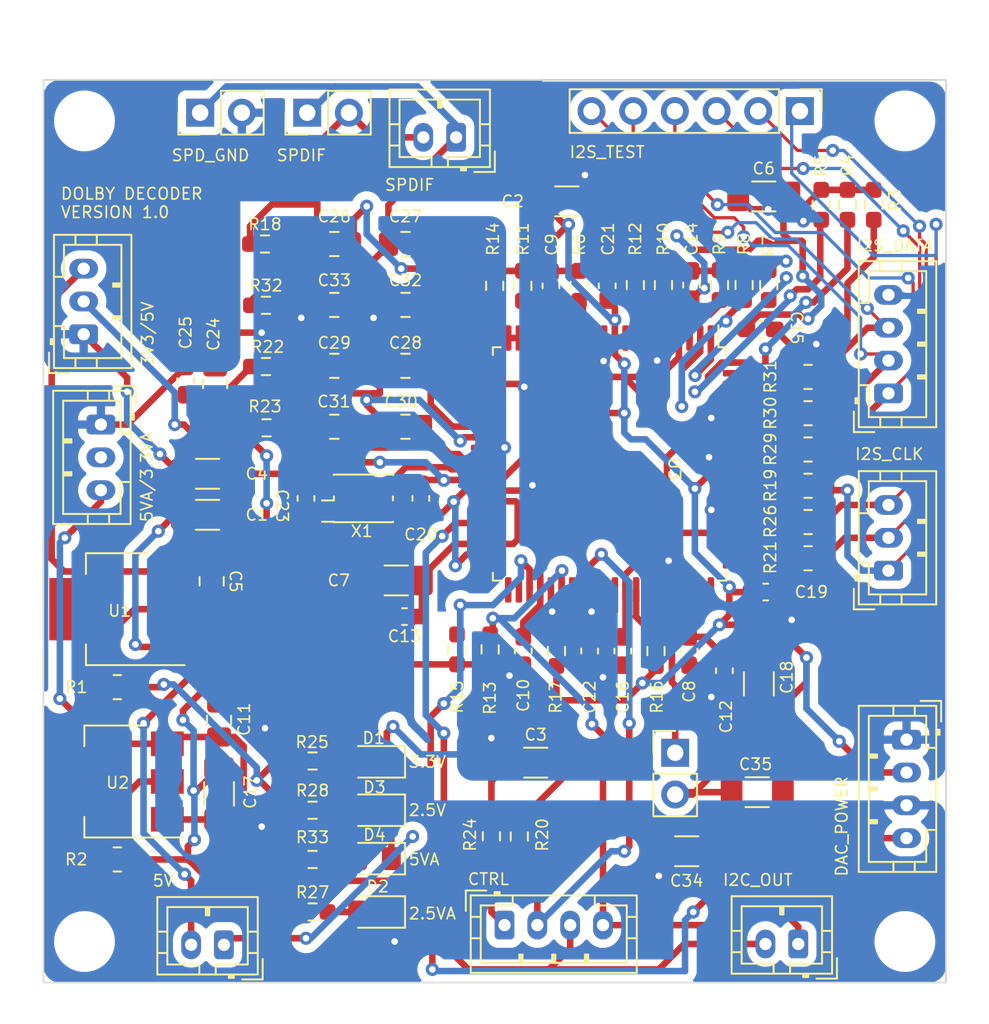
<source format=kicad_pcb>
(kicad_pcb (version 20221018) (generator pcbnew)
  (layers (0 "F.Cu" signal) (31 "B.Cu" signal) (34 "B.Paste" user) (35 "F.Paste" user) (36 "B.SilkS" user "B.Silkscreen") (37 "F.SilkS" user "F.Silkscreen") (38 "B.Mask" user) (39 "F.Mask" user) (44 "Edge.Cuts" user))
  (net 0 "")
  (net 1 "3V3")
  (net 2 "SDA")
  (net 3 "I2S_BC")
  (net 4 "I2S_WC")
  (net 5 "I2S_DATA")
  (net 6 "PCMCLK")
  (net 7 "BCLK")
  (net 8 "WCLK")
  (net 9 "I2S_D1")
  (net 10 "I2S_D2")
  (net 11 "I2S_D3")
  (net 12 "2.5V")
  (net 13 "RESET")
  (net 14 "IRQ")
  (net 15 "PLLAF")
  (net 16 "PLLSF")
  (net 17 "Net-(U3-SPDP)")
  (net 18 "Net-(U3-SPDN)")
  (net 19 "I2CADDR")
  (net 20 "SELI2C")
  (net 21 "5VA")
  (net 22 "5V")
  (net 23 "Net-(D1-A)")
  (net 24 "Net-(D2-A)")
  (net 25 "DCSB")
  (net 26 "CLKIN")
  (net 27 "SFREQ")
  (net 28 "Net-(D3-A)")
  (net 29 "Net-(D4-A)")
  (net 30 "SPDIF_IN")
  (net 31 "Net-(U1-VO)")
  (net 32 "PLLSPDIF")
  (net 33 "GND")
  (net 34 "Net-(U2-VO)")
  (net 35 "DEEMPTH")
  (net 36 "AGND")
  (net 37 "3V3A")
  (net 38 "2.5VA")
  (net 39 "Net-(U3-D0)")
  (net 40 "Net-(U3-D1)")
  (net 41 "Net-(U3-D2)")
  (net 42 "Net-(U3-A0)")
  (net 43 "SCL")
  (net 44 "Net-(U3-D3)")
  (net 45 "Net-(U3-D4)")
  (net 46 "CLKOUT")
  (net 47 "SPDIF_N")
  (net 48 "Net-(U3-D5)")
  (net 49 "Net-(U3-D6)")
  (net 50 "Net-(U3-A5)")
  (net 51 "Net-(U3-D67)")
  (net 52 "Net-(U3-PCMCLK)")
  (net 53 "Net-(U3-SCLK)")
  (net 54 "Net-(U3-LRCLK)")
  (net 55 "Net-(U3-PCM_OUT1)")
  (net 56 "Net-(U3-PCM_OUT2)")
  (net 57 "Net-(U3-PCM_OUT3)")
  (net 70 "Net-(C29-Pad2)")
  (net 71 "Net-(C31-Pad2)")
  (net 72 "Net-(C33-Pad1)")
  (footprint "Capacitor_SMD:C_0805_2012Metric_Pad1.18x1.45mm_HandSolder" (layer "F.Cu") (at 125.2 80.4 90)
    (fp_text reference "C11")
    (fp_text value "10U")
  )
  (footprint "Capacitor_SMD:C_1206_3216Metric_Pad1.33x1.80mm_HandSolder" (layer "F.Cu") (at 153.7 88.4 180)
    (fp_text reference "C34")
    (fp_text value "10U")
  )
  (footprint "Resistor_SMD:R_0603_1608Metric_Pad0.98x0.95mm_HandSolder" (layer "F.Cu") (at 130.9 82.9)
    (fp_text reference "R25")
    (fp_text value "430R")
  )
  (footprint "Connector_JST:JST_PH_B2B-PH-K_1x02_P2.00mm_Vertical" (layer "F.Cu") (at 160.5 94.05 180)
    (fp_text reference "J5" hide)
    (fp_text value "Conn_01x02_Male")
  )
  (footprint "Connector_PinHeader_2.54mm:PinHeader_1x02_P2.54mm_Vertical" (layer "F.Cu") (at 153 82.4)
    (fp_text reference "J3" hide)
    (fp_text value "Conn_01x02")
  )
  (footprint "Connector_PinHeader_2.54mm:PinHeader_1x06_P2.54mm_Vertical" (layer "F.Cu") (at 160.6 43.3 -90)
    (fp_text reference "J12" hide)
    (fp_text value "Conn_01x06_Male")
  )
  (footprint "Resistor_SMD:R_0603_1608Metric_Pad0.98x0.95mm_HandSolder" (layer "F.Cu") (at 142 53.95 -90)
    (fp_text reference "R14")
    (fp_text value "4.7K")
  )
  (footprint "Capacitor_SMD:C_0805_2012Metric_Pad1.18x1.45mm_HandSolder" (layer "F.Cu") (at 124.75 71.95 -90)
    (fp_text reference "C5")
    (fp_text value "10U")
  )
  (footprint "Capacitor_SMD:C_0603_1608Metric_Pad1.08x0.95mm_HandSolder" (layer "F.Cu") (at 153.85 76.2 -90)
    (fp_text reference "C8")
    (fp_text value "0.1U")
  )
  (footprint "Capacitor_SMD:C_1206_3216Metric_Pad1.33x1.80mm_HandSolder" (layer "F.Cu") (at 124.5 65.4 180)
    (fp_text reference "C4")
    (fp_text value "47U")
  )
  (footprint "Resistor_SMD:R_0603_1608Metric_Pad0.98x0.95mm_HandSolder" (layer "F.Cu") (at 128.0625 58.866666 180)
    (fp_text reference "R22")
    (fp_text value "1K")
  )
  (footprint "Resistor_SMD:R_0805_2012Metric_Pad1.20x1.40mm_HandSolder" (layer "F.Cu") (at 161.1 59.5)
    (fp_text reference "R31")
    (fp_text value "47R")
  )
  (footprint "Resistor_SMD:R_0603_1608Metric_Pad0.98x0.95mm_HandSolder" (layer "F.Cu") (at 141.8 87.4875 -90)
    (fp_text reference "R24")
    (fp_text value "4.7K")
  )
  (footprint "Resistor_SMD:R_0603_1608Metric_Pad0.98x0.95mm_HandSolder" (layer "F.Cu") (at 143.5 87.5 -90)
    (fp_text reference "R20")
    (fp_text value "4.7K")
  )
  (footprint "Capacitor_SMD:C_1206_3216Metric_Pad1.33x1.80mm_HandSolder" (layer "F.Cu") (at 158.4 48.5 180)
    (fp_text reference "C6")
    (fp_text value "10U")
  )
  (footprint "Capacitor_SMD:C_0603_1608Metric_Pad1.08x0.95mm_HandSolder" (layer "F.Cu") (at 130.5 66.9 -90)
    (fp_text reference "C23")
    (fp_text value "10N")
  )
  (footprint "Capacitor_SMD:C_0805_2012Metric_Pad1.18x1.45mm_HandSolder" (layer "F.Cu") (at 136.5625 51.4)
    (fp_text reference "C27")
    (fp_text value "100N")
  )
  (footprint "Capacitor_SMD:C_1206_3216Metric_Pad1.33x1.80mm_HandSolder" (layer "F.Cu") (at 158.1 78.2 -90)
    (fp_text reference "C18")
    (fp_text value "10U")
  )
  (footprint "LED_SMD:LED_0805_2012Metric_Pad1.15x1.40mm_HandSolder" (layer "F.Cu") (at 134.675 85.9 180)
    (fp_text reference "D3")
    (fp_text value "ORANGE")
  )
  (footprint "Connector_PinHeader_2.54mm:PinHeader_1x02_P2.54mm_Vertical" (layer "F.Cu") (at 130.575 43.4 90)
    (fp_text reference "J8" hide)
    (fp_text value "Conn_01x02_Male")
  )
  (footprint "Resistor_SMD:R_0603_1608Metric_Pad0.98x0.95mm_HandSolder" (layer "F.Cu") (at 163.5 49.0125 -90)
    (fp_text reference "R4")
    (fp_text value "4.7K")
  )
  (footprint "Connector_PinHeader_2.54mm:PinHeader_1x02_P2.54mm_Vertical" (layer "F.Cu") (at 124.05 43.4 90)
    (fp_text reference "J9" hide)
    (fp_text value "Conn_01x02_Male")
  )
  (footprint "Resistor_SMD:R_0805_2012Metric_Pad1.20x1.40mm_HandSolder" (layer "F.Cu") (at 161.1 70.55)
    (fp_text reference "R21")
    (fp_text value "47R")
  )
  (footprint "Resistor_SMD:R_0603_1608Metric_Pad0.98x0.95mm_HandSolder" (layer "F.Cu") (at 128 51.4)
    (fp_text reference "R18")
    (fp_text value "75R")
  )
  (footprint "MountingHole:MountingHole_3.2mm_M3" (layer "F.Cu") (at 167 43.9)
    (fp_text reference "H4" hide)
    (fp_text value "MountingHole")
  )
  (footprint "Capacitor_SMD:C_0603_1608Metric_Pad1.08x0.95mm_HandSolder" (layer "F.Cu") (at 158.515712 72.607123)
    (fp_text reference "C19")
    (fp_text value "0.1U")
  )
  (footprint "Resistor_SMD:R_0805_2012Metric_Pad1.20x1.40mm_HandSolder" (layer "F.Cu") (at 161.1 68.34)
    (fp_text reference "R26")
    (fp_text value "47R")
  )
  (footprint "Capacitor_SMD:C_0603_1608Metric_Pad1.08x0.95mm_HandSolder" (layer "F.Cu") (at 148.85714 53.95 90)
    (fp_text reference "C21")
    (fp_text value "0.1U")
  )
  (footprint "Capacitor_SMD:C_0805_2012Metric_Pad1.18x1.45mm_HandSolder" (layer "F.Cu") (at 132.225 55.111111 180)
    (fp_text reference "C33")
    (fp_text value "4.7N")
  )
  (footprint "MountingHole:MountingHole_3.2mm_M3" (layer "F.Cu") (at 117 93.9)
    (fp_text reference "H3" hide)
    (fp_text value "MountingHole")
  )
  (footprint "Resistor_SMD:R_0805_2012Metric_Pad1.20x1.40mm_HandSolder" (layer "F.Cu") (at 161.1 66.13)
    (fp_text reference "R19")
    (fp_text value "47R")
  )
  (footprint "Resistor_SMD:R_0603_1608Metric_Pad0.98x0.95mm_HandSolder" (layer "F.Cu") (at 130.9 88.9)
    (fp_text reference "R33")
    (fp_text value "1K")
  )
  (footprint "Capacitor_SMD:C_0603_1608Metric_Pad1.08x0.95mm_HandSolder" (layer "F.Cu") (at 149.80714 76.2 -90)
    (fp_text reference "C16")
    (fp_text value "0.1U")
  )
  (footprint "Capacitor_SMD:C_0603_1608Metric_Pad1.08x0.95mm_HandSolder" (layer "F.Cu") (at 136.5 74.1 180)
    (fp_text reference "C13")
    (fp_text value "0.1U")
  )
  (footprint "Capacitor_SMD:C_0805_2012Metric_Pad1.18x1.45mm_HandSolder" (layer "F.Cu") (at 132.225 58.822222 180)
    (fp_text reference "C29")
    (fp_text value "5.6N")
  )
  (footprint "Connector_JST:JST_PH_B4B-PH-K_1x04_P2.00mm_Vertical" (layer "F.Cu") (at 142.6 92.9)
    (fp_text reference "J4" hide)
    (fp_text value "Conn_01x04_Male")
  )
  (footprint "Capacitor_SMD:C_1206_3216Metric_Pad1.33x1.80mm_HandSolder" (layer "F.Cu") (at 146.4 48.8)
    (fp_text reference "C2")
    (fp_text value "10U")
  )
  (footprint "Capacitor_SMD:C_1206_3216Metric_Pad1.33x1.80mm_HandSolder" (layer "F.Cu") (at 124.5 67.9 180)
    (fp_text reference "C1")
    (fp_text value "47U")
  )
  (footprint "Resistor_SMD:R_0603_1608Metric_Pad0.98x0.95mm_HandSolder" (layer "F.Cu") (at 158.7 53.9 -90)
    (fp_text reference "R7")
    (fp_text value "4.7K")
  )
  (footprint "Connector_JST:JST_PH_B4B-PH-K_1x04_P2.00mm_Vertical" (layer "F.Cu") (at 166 60.5 90)
    (fp_text reference "J13" hide)
    (fp_text value "Conn_01x04_Male")
  )
  (footprint "Package_QFP:LQFP-80_14x14mm_P0.65mm" (layer "F.Cu") (at 149 64.8 -90)
    (fp_text reference "U3")
    (fp_text value "SPA130")
  )
  (footprint "Connector_JST:JST_PH_B2B-PH-K_1x02_P2.00mm_Vertical" (layer "F.Cu") (at 139.65 44.9 180)
    (fp_text reference "J6" hide)
    (fp_text value "Conn_01x02_Male")
  )
  (footprint "Capacitor_SMD:C_0805_2012Metric_Pad1.18x1.45mm_HandSolder" (layer "F.Cu") (at 124.9625 59.922222 90)
    (fp_text reference "C24")
    (fp_text value "10U")
  )
  (footprint "Connector_JST:JST_PH_B3B-PH-K_1x03_P2.00mm_Vertical" (layer "F.Cu") (at 116.95 56.9 90)
    (fp_text reference "J2" hide)
    (fp_text value "Conn_01x03_Male")
  )
  (footprint "Resistor_SMD:R_0603_1608Metric_Pad0.98x0.95mm_HandSolder" (layer "F.Cu") (at 143.714285 53.95 90)
    (fp_text reference "R11")
    (fp_text value "10K")
  )
  (footprint "Resistor_SMD:R_0603_1608Metric_Pad0.98x0.95mm_HandSolder" (layer "F.Cu") (at 141.721428 76.1 90)
    (fp_text reference "R13")
    (fp_text value "10K")
  )
  (footprint "Capacitor_SMD:C_1206_3216Metric_Pad1.33x1.80mm_HandSolder" (layer "F.Cu") (at 144.5 83 180)
    (fp_text reference "C3")
    (fp_text value "10U")
  )
  (footprint "Capacitor_SMD:C_0603_1608Metric_Pad1.08x0.95mm_HandSolder" (layer "F.Cu") (at 137.5 66.9 -90)
    (fp_text reference "C20")
    (fp_text value "0.1U")
  )
  (footprint "Resistor_SMD:R_0603_1608Metric_Pad0.98x0.95mm_HandSolder" (layer "F.Cu") (at 150.571425 53.9 -90)
    (fp_text reference "R12")
    (fp_text value "4.7K")
  )
  (footprint "Capacitor_SMD:C_0603_1608Metric_Pad1.08x0.95mm_HandSolder" (layer "F.Cu") (at 145.42857 53.95 90)
    (fp_text reference "C9")
    (fp_text value "0.1U")
  )
  (footprint "Capacitor_SMD:C_0603_1608Metric_Pad1.08x0.95mm_HandSolder" (layer "F.Cu") (at 158.2 56.6)
    (fp_text reference "C15")
    (fp_text value "0.1U")
  )
  (footprint "Capacitor_SMD:C_0603_1608Metric_Pad1.08x0.95mm_HandSolder" (layer "F.Cu") (at 156 77.4 -90)
    (fp_text reference "C12")
    (fp_text value "0.1U")
  )
  (footprint "Resistor_SMD:R_0603_1608Metric_Pad0.98x0.95mm_HandSolder" (layer "F.Cu") (at 151.828568 76.2 90)
    (fp_text reference "R16")
    (fp_text value "4.7K")
  )
  (footprint "Resistor_SMD:R_0603_1608Metric_Pad0.98x0.95mm_HandSolder" (layer "F.Cu") (at 128.1 62.6 180)
    (fp_text reference "R23")
    (fp_text value "1K")
  )
  (footprint "Resistor_SMD:R_0603_1608Metric_Pad0.98x0.95mm_HandSolder" (layer "F.Cu") (at 147.142855 53.95 90)
    (fp_text reference "R6")
    (fp_text value "10K")
  )
  (footprint "Resistor_SMD:R_0603_1608Metric_Pad0.98x0.95mm_HandSolder" (layer "F.Cu") (at 157.2 53.9 -90)
    (fp_text reference "R8")
    (fp_text value "4.7K")
  )
  (footprint "MountingHole:MountingHole_3.2mm_M3" (layer "F.Cu") (at 167 93.9)
    (fp_text reference "H2" hide)
    (fp_text value "MountingHole")
  )
  (footprint "Resistor_SMD:R_0603_1608Metric_Pad0.98x0.95mm_HandSolder" (layer "F.Cu") (at 145.764284 76.2 90)
    (fp_text reference "R17")
    (fp_text value "4.7K")
  )
  (footprint "Resistor_SMD:R_0603_1608Metric_Pad0.98x0.95mm_HandSolder" (layer "F.Cu") (at 130.9 92.1)
    (fp_text reference "R27")
    (fp_text value "160R")
  )
  (footprint "Resistor_SMD:R_0805_2012Metric_Pad1.20x1.40mm_HandSolder" (layer "F.Cu") (at 161.1 61.71)
    (fp_text reference "R30")
    (fp_text value "47R")
  )
  (footprint "Capacitor_SMD:C_1206_3216Metric_Pad1.33x1.80mm_HandSolder" (layer "F.Cu") (at 136 71.9 180)
    (fp_text reference "C7")
    (fp_text value "47U")
  )
  (footprint "Connector_JST:JST_PH_B3B-PH-K_1x03_P2.00mm_Vertical" (layer "F.Cu") (at 118 62.4 -90)
    (fp_text reference "J1" hide)
    (fp_text value "Conn_01x03_Male")
  )
  (footprint "Resistor_SMD:R_0603_1608Metric_Pad0.98x0.95mm_HandSolder" (layer "F.Cu") (at 128.0625 55.133333 180)
    (fp_text reference "R32")
    (fp_text value "330R")
  )
  (footprint "Resistor_SMD:R_0805_2012Metric_Pad1.20x1.40mm_HandSolder" (layer "F.Cu") (at 161.1 63.92)
    (fp_text reference "R29")
    (fp_text value "47R")
  )
  (footprint "Resistor_SMD:R_0603_1608Metric_Pad0.98x0.95mm_HandSolder" (layer "F.Cu") (at 161.9 49.0125 -90)
    (fp_text reference "R5")
    (fp_text value "4.7K")
  )
  (footprint "Resistor_SMD:R_0603_1608Metric_Pad0.98x0.95mm_HandSolder" (layer "F.Cu") (at 155.7 53.9 -90)
    (fp_text reference "R9")
    (fp_text value "4.7K")
  )
  (footprint "Capacitor_SMD:C_0603_1608Metric_Pad1.08x0.95mm_HandSolder" (layer "F.Cu") (at 123.1625 59.722222 90)
    (fp_text reference "C25")
    (fp_text value "0.1U")
  )
  (footprint "Capacitor_SMD:C_0603_1608Metric_Pad1.08x0.95mm_HandSolder" (layer "F.Cu") (at 147.785712 76.2 -90)
    (fp_text reference "C22")
    (fp_text value "0.1U")
  )
  (footprint "Resistor_SMD:R_0805_2012Metric_Pad1.20x1.40mm_HandSolder" (layer "F.Cu") (at 119 88.9)
    (fp_text reference "R2")
    (fp_text value "22R")
  )
  (footprint "Resistor_SMD:R_0603_1608Metric_Pad0.98x0.95mm_HandSolder" (layer "F.Cu") (at 165.1 49.0125 -90)
    (fp_text reference "R3")
    (fp_text value "4.7K")
  )
  (footprint "LED_SMD:LED_0805_2012Metric_Pad1.15x1.40mm_HandSolder" (layer "F.Cu") (at 134.675 92.1 180)
    (fp_text reference "D2")
    (fp_text value "YELLOW")
  )
  (footprint "Capacitor_SMD:C_0805_2012Metric_Pad1.18x1.45mm_HandSolder" (layer "F.Cu") (at 132.225 51.4)
    (fp_text reference "C26")
    (fp_text value "100N")
  )
  (footprint "Connector_JST:JST_PH_B3B-PH-K_1x03_P2.00mm_Vertical" (layer "F.Cu") (at 166 71.3 90)
    (fp_text reference "J11" hide)
    (fp_text value "Conn_01x03_Male")
  )
  (footprint "Capacitor_SMD:C_0603_1608Metric_Pad1.08x0.95mm_HandSolder" (layer "F.Cu") (at 154 53.9 90)
    (fp_text reference "C14")
    (fp_text value "0.1U")
  )
  (footprint "Capacitor_SMD:C_0805_2012Metric_Pad1.18x1.45mm_HandSolder" (layer "F.Cu") (at 136.5625 58.822222 180)
    (fp_text reference "C28")
    (fp_text value "470P")
  )
  (footprint "Connector_JST:JST_PH_B2B-PH-K_1x02_P2.00mm_Vertical" (layer "F.Cu") (at 125.5 94.1 180)
    (fp_text reference "J7" hide)
    (fp_text value "Conn_01x02_Male")
  )
  (footprint "Resistor_SMD:R_0805_2012Metric_Pad1.20x1.40mm_HandSolder" (layer "F.Cu") (at 119 78.4)
    (fp_text reference "R1")
    (fp_text value "22R")
  )
  (footprint "Package_TO_SOT_SMD:SOT-223" (layer "F.Cu") (at 118.9 84.15 180)
    (fp_text reference "U2")
    (fp_text value "AMS1117-2.5")
  )
  (footprint "Resistor_SMD:R_0603_1608Metric_Pad0.98x0.95mm_HandSolder" (layer "F.Cu") (at 130.9 85.9)
    (fp_text reference "R28")
    (fp_text value "160R")
  )
  (footprint "LED_SMD:LED_0805_2012Metric_Pad1.15x1.40mm_HandSolder" (layer "F.Cu") (at 134.675 82.95 180)
    (fp_text reference "D1")
    (fp_text value "YELLOW")
  )
  (footprint "MountingHole:MountingHole_3.2mm_M3" (layer "F.Cu") (at 117 43.9)
    (fp_text reference "H1" hide)
    (fp_text value "MountingHole")
  )
  (footprint "Package_TO_SOT_SMD:SOT-223" (layer "F.Cu") (at 119 73.65 180)
    (fp_text reference "U1")
    (fp_text value "AMS1117-2.5")
  )
  (footprint "Capacitor_SMD:C_0805_2012Metric_Pad1.18x1.45mm_HandSolder" (layer "F.Cu") (at 136.5625 62.533334 180)
    (fp_text reference "C30")
    (fp_text value "470P")
  )
  (footprint "Resistor_SMD:R_0603_1608Metric_Pad0.98x0.95mm_HandSolder" (layer "F.Cu") (at 139.7 76.1 90)
    (fp_text reference "R15")
    (fp_text value "10K")
  )
  (footprint "Connector_JST:JST_PH_B4B-PH-K_1x04_P2.00mm_Vertical" (layer "F.Cu") (at 167.1 81.6 -90)
    (fp_text reference "J10" hide)
    (fp_text value "Conn_01x04_Male")
  )
  (footprint "Capacitor_SMD:C_0603_1608Metric_Pad1.08x0.95mm_HandSolder" (layer "F.Cu") (at 143.742856 76.2 -90)
    (fp_text reference "C10")
    (fp_text value "0.1U")
  )
  (footprint "Capacitor_SMD:C_0805_2012Metric_Pad1.18x1.45mm_HandSolder" (layer "F.Cu") (at 136.5625 55.111111 180)
    (fp_text reference "C32")
    (fp_text value "150P")
  )
  (footprint "Capacitor_SMD:C_1206_3216Metric_Pad1.33x1.80mm_HandSolder" (layer "F.Cu") (at 158 84.8 180)
    (fp_text reference "C35")
    (fp_text value "10U")
  )
  (footprint "LED_SMD:LED_0805_2012Metric_Pad1.15x1.40mm_HandSolder" (layer "F.Cu") (at 134.675 88.85 180)
    (fp_text reference "D4")
    (fp_text value "YELLOW")
  )
  (footprint "Capacitor_SMD:C_0805_2012Metric_Pad1.18x1.45mm_HandSolder" (layer "F.Cu") (at 132.225 62.533334 180)
    (fp_text reference "C31")
    (fp_text value "5.6N")
  )
  (footprint "Oscillator:Oscillator_SMD_EuroQuartz_XO32-4Pin_3.2x2.5mm_HandSoldering" (layer "F.Cu") (at 134 66.9)
    (fp_text reference "X1")
    (fp_text value "TXC-7C")
  )
  (footprint "Resistor_SMD:R_0603_1608Metric_Pad0.98x0.95mm_HandSolder" (layer "F.Cu") (at 152.28571 53.9 -90)
    (fp_text reference "R10")
    (fp_text value "4.7K")
  )
  (footprint "Capacitor_SMD:C_1206_3216Metric_Pad1.33x1.80mm_HandSolder" (layer "F.Cu") (at 125.2 84.9 -90)
    (fp_text reference "C17")
    (fp_text value "47U")
  )
  (gr_line (start 114.5 96.4) (end 169.5 96.4) (stroke (width 0.1)) (layer "Edge.Cuts"))
  (gr_line (start 169.5 41.4) (end 169.5 96.4) (stroke (width 0.1)) (layer "Edge.Cuts"))
  (gr_line (start 114.5 96.4) (end 114.5 41.4) (stroke (width 0.1)) (layer "Edge.Cuts"))
  (gr_line (start 114.5 41.4) (end 169.5 41.4) (stroke (width 0.1)) (layer "Edge.Cuts"))
  (gr_text "SPDIF" (at 135.25 47.8) (layer "F.SilkS") (effects (font (size 0.7 0.7) (thickness 0.1)) (justify left)))
  (gr_text "I2S_DATA\n" (at 164 51.5) (layer "F.SilkS") (effects (font (size 0.7 0.7) (thickness 0.1)) (justify left)))
  (gr_text "DOLBY DECODER\nVERSION 1.0" (at 115.5 48.9) (layer "F.SilkS") (effects (font (size 0.7 0.7) (thickness 0.1)) (justify left)))
  (gr_text "3V3/5V" (at 120.85 58.9 90) (layer "F.SilkS") (effects (font (size 0.7 0.7) (thickness 0.1)) (justify left)))
  (gr_text "I2C_OUT\n" (at 155.85 90.15) (layer "F.SilkS") (effects (font (size 0.7 0.7) (thickness 0.1)) (justify left)))
  (gr_text "I2S_CLK" (at 163.9 64.2) (layer "F.SilkS") (effects (font (size 0.7 0.7) (thickness 0.1)) (justify left)))
  (gr_text "DAC_POWER" (at 163.15 90 90) (layer "F.SilkS") (effects (font (size 0.7 0.7) (thickness 0.1)) (justify left)))
  (gr_text "SPD_GND\n" (at 122.25 46) (layer "F.SilkS") (effects (font (size 0.7 0.7) (thickness 0.1)) (justify left)))
  (gr_text "2.5V" (at 136.7 85.9) (layer "F.SilkS") (effects (font (size 0.7 0.7) (thickness 0.1)) (justify left)))
  (gr_text "3.3V" (at 136.7 82.95) (layer "F.SilkS") (effects (font (size 0.7 0.7) (thickness 0.1)) (justify left)))
  (gr_text "CTRL" (at 140.3 90.1) (layer "F.SilkS") (effects (font (size 0.7 0.7) (thickness 0.1)) (justify left)))
  (gr_text "I2S_TEST" (at 146.5 45.8) (layer "F.SilkS") (effects (font (size 0.7 0.7) (thickness 0.1)) (justify left)))
  (gr_text "5VA/3.3VA" (at 120.8 68.4 90) (layer "F.SilkS") (effects (font (size 0.7 0.7) (thickness 0.1)) (justify left)))
  (gr_text "SPDIF" (at 128.65 46) (layer "F.SilkS") (effects (font (size 0.7 0.7) (thickness 0.1)) (justify left)))
  (gr_text "2.5VA" (at 136.7 92.2) (layer "F.SilkS") (effects (font (size 0.7 0.7) (thickness 0.1)) (justify left)))
  (gr_text "5V" (at 121.1 90.2) (layer "F.SilkS") (effects (font (size 0.7 0.7) (thickness 0.1)) (justify left)))
  (gr_text "5VA" (at 136.7 88.9) (layer "F.SilkS") (effects (font (size 0.7 0.7) (thickness 0.1)) (justify left)))
  (segment (start 126.0625 65.4) (end 123.0625 62.4) (width 0.4) (layer "F.Cu") (net 1))
  (segment (start 133.756836 77.0125) (end 139.7 77.0125) (width 0.4) (layer "F.Cu") (net 1))
  (segment (start 154.2 66.3) (end 155.375 65.125) (width 0.4) (layer "F.Cu") (net 1))
  (segment (start 155.375 65.125) (end 156.675 65.125) (width 0.4) (layer "F.Cu") (net 1))
  (segment (start 149.325 58.125) (end 149.325 57.125) (width 0.4) (layer "F.Cu") (net 1))
  (segment (start 142.425 65.775) (end 146.5 61.7) (width 0.4) (layer "F.Cu") (net 1))
  (segment (start 147.539284 75.3375) (end 145.764284 77.1125) (width 0.4) (layer "F.Cu") (net 1))
  (segment (start 143.714285 52.985715) (end 146.5 50.2) (width 0.4) (layer "F.Cu") (net 1))
  (segment (start 141.721428 77.0125) (end 139.7 77.0125) (width 0.4) (layer "F.Cu") (net 1))
  (segment (start 123.0625 62.4) (end 122.5 62.4) (width 0.4) (layer "F.Cu") (net 1))
  (segment (start 133 64.7) (end 135 64.7) (width 0.4) (layer "F.Cu") (net 1))
  (segment (start 146.2 82.1) (end 145.764284 81.664284) (width 0.4) (layer "F.Cu") (net 1))
  (segment (start 145.764284 79.664284) (end 145.764284 79.164284) (width 0.4) (layer "F.Cu") (net 1))
  (segment (start 141.721428 77.821428) (end 143.564284 79.664284) (width 0.4) (layer "F.Cu") (net 1))
  (segment (start 145.764284 79.164284) (end 145.8 79.2) (width 0.4) (layer "F.Cu") (net 1))
  (segment (start 143.564284 79.664284) (end 145.764284 79.664284) (width 0.4) (layer "F.Cu") (net 1))
  (segment (start 149.9495 79.2) (end 150.9995 78.15) (width 0.4) (layer "F.Cu") (net 1))
  (segment (start 156.607123 72.607123) (end 156.3 72.3) (width 0.4) (layer "F.Cu") (net 1))
  (segment (start 156.3 72.3) (end 156.3 74) (width 0.4) (layer "F.Cu") (net 1))
  (segment (start 139.125 65.775) (end 139.1 65.8) (width 0.4) (layer "F.Cu") (net 1))
  (segment (start 139.125 65.775) (end 137.7625 65.775) (width 0.4) (layer "F.Cu") (net 1))
  (segment (start 167.1 83.6) (end 164.9 83.6) (width 0.4) (layer "F.Cu") (net 1))
  (segment (start 149.325 57.125) (end 149.325 55.28036) (width 0.4) (layer "F.Cu") (net 1))
  (segment (start 164.9 83.6) (end 163 81.7) (width 0.4) (layer "F.Cu") (net 1))
  (segment (start 129.7125 83.15) (end 129.7125 81.056836) (width 0.4) (layer "F.Cu") (net 1))
  (segment (start 159.5625 79.5375) (end 159.5625 84.8) (width 0.4) (layer "F.Cu") (net 1))
  (segment (start 157.653212 72.607123) (end 156.607123 72.607123) (width 0.4) (layer "F.Cu") (net 1))
  (segment (start 161 76.6) (end 159 74.6) (width 0.4) (layer "F.Cu") (net 1))
  (segment (start 149.325 73.775) (end 149.325 72.475) (width 0.4) (layer "F.Cu") (net 1))
  (segment (start 142 53.0375) (end 143.714285 53.0375) (width 0.4) (layer "F.Cu") (net 1))
  (segment (start 161 76.6) (end 161 78.1) (width 0.4) (layer "F.Cu") (net 1))
  (segment (start 144.8375 48.8) (end 146.2375 50.2) (width 0.4) (layer "F.Cu") (net 1))
  (segment (start 145.764284 81.664284) (end 145.764284 79.664284) (width 0.4) (layer "F.Cu") (net 1))
  (segment (start 141.325 65.775) (end 142.425 65.775) (width 0.4) (layer "F.Cu") (net 1))
  (segment (start 129.8625 65.4) (end 130.5 66.0375) (width 0.4) (layer "F.Cu") (net 1))
  (segment (start 146.0625 84.025) (end 143.5 86.5875) (width 0.4) (layer "F.Cu") (net 1))
  (segment (start 149.325 55.28036) (end 148.85714 54.8125) (width 0.4) (layer "F.Cu") (net 1))
  (segment (start 156.3 74) (end 155.7 74.6) (width 0.4) (layer "F.Cu") (net 1))
  (segment (start 146.0625 81.9) (end 146.0625 84.025) (width 0.4) (layer "F.Cu") (net 1))
  (segment (start 146.5 61.7) (end 149.9 61.7) (width 0.4) (layer "F.Cu") (net 1))
  (segment (start 132.55 65.15) (end 133 64.7) (width 0.4) (layer "F.Cu") (net 1))
  (segment (start 131.7 64.7) (end 133 64.7) (width 0.4) (layer "F.Cu") (net 1))
  (segment (start 141.325 65.775) (end 139.125 65.775) (width 0.4) (layer "F.Cu") (net 1))
  (segment (start 132.55 66.125) (end 132.55 65.15) (width 0.4) (layer "F.Cu") (net 1))
  (segment (start 146.2375 50.2) (end 146.5 50.2) (width 0.4) (layer "F.Cu") (net 1))
  (segment (start 145.8 79.2) (end 149.9495 79.2) (width 0.4) (layer "F.Cu") (net 1))
  (segment (start 141.721428 77.0125) (end 141.721428 77.821428) (width 0.4) (layer "F.Cu") (net 1))
  (segment (start 149.9 58.7) (end 149.325 58.125) (width 0.4) (layer "F.Cu") (net 1))
  (segment (start 145.764284 79.164284) (end 145.764284 77.1125) (width 0.4) (layer "F.Cu") (net 1))
  (segment (start 161 78.1) (end 159.5625 79.5375) (width 0.4) (layer "F.Cu") (net 1))
  (segment (start 126.0625 65.4) (end 129.8625 65.4) (width 0.4) (layer "F.Cu") (net 1))
  (segment (start 159 74.6) (end 155.7 74.6) (width 0.4) (layer "F.Cu") (net 1))
  (segment (start 139.1 65.8) (end 138.9 65.8) (width 0.4) (layer "F.Cu") (net 1))
  (segment (start 151.828568 77.320932) (end 150.9995 78.15) (width 0.4) (layer "F.Cu") (net 1))
  (segment (start 130.5 65.9) (end 131.7 64.7) (width 0.4) (layer "F.Cu") (net 1))
  (segment (start 147.785712 75.314288) (end 149.325 73.775) (width 0.4) (layer "F.Cu") (net 1))
  (segment (start 129.7125 81.056836) (end 133.756836 77.0125) (width 0.4) (layer "F.Cu") (net 1))
  (via (at 149.9 61.7) (size 0.8) (drill 0.4) (layers "F.Cu" "B.Cu") (net 1))
  (via (at 138.9 65.8) (size 0.8) (drill 0.4) (layers "F.Cu" "B.Cu") (net 1))
  (via (at 122.5 62.4) (size 0.8) (drill 0.4) (layers "F.Cu" "B.Cu") (net 1))
  (via (at 135 64.7) (size 0.8) (drill 0.4) (layers "F.Cu" "B.Cu") (net 1))
  (via (at 149.9 58.7) (size 0.8) (drill 0.4) (layers "F.Cu" "B.Cu") (net 1))
  (via (at 149.325 56.017795) (size 0.8) (drill 0.4) (layers "F.Cu" "B.Cu") (net 1))
  (via (at 163 81.7) (size 0.8) (drill 0.4) (layers "F.Cu" "B.Cu") (net 1))
  (via (at 161 76.6) (size 0.8) (drill 0.4) (layers "F.Cu" "B.Cu") (net 1))
  (via (at 150.9995 78.15) (size 0.8) (drill 0.4) (layers "F.Cu" "B.Cu") (net 1))
  (via (at 146.5 50.2) (size 0.8) (drill 0.4) (layers "F.Cu" "B.Cu") (net 1))
  (via (at 156.3 72.3) (size 0.8) (drill 0.4) (layers "F.Cu" "B.Cu") (net 1))
  (via (at 154.2 66.3) (size 0.8) (drill 0.4) (layers "F.Cu" "B.Cu") (net 1))
  (via (at 155.7 74.6) (size 0.8) (drill 0.4) (layers "F.Cu" "B.Cu") (net 1))
  (segment (start 161 79.7) (end 161 76.6) (width 0.4) (layer "B.Cu") (net 1))
  (segment (start 137.8 64.7) (end 138.9 65.8) (width 0.4) (layer "B.Cu") (net 1))
  (segment (start 122.5 60.45) (end 122.5 62.4) (width 0.4) (layer "B.Cu") (net 1))
  (segment (start 149.117795 56.017795) (end 146.5 53.4) (width 0.4) (layer "B.Cu") (net 1))
  (segment (start 149.9 62.9) (end 149.9 61.7) (width 0.4) (layer "B.Cu") (net 1))
  (segment (start 116.95 54.9) (end 122.5 60.45) (width 0.4) (layer "B.Cu") (net 1))
  (segment (start 151.2 63.3) (end 150.3 63.3) (width 0.4) (layer "B.Cu") (net 1))
  (segment (start 149.325 56.017795) (end 149.117795 56.017795) (width 0.4) (layer "B.Cu") (net 1))
  (segment (start 135 64.7) (end 137.8 64.7) (width 0.4) (layer "B.Cu") (net 1))
  (segment (start 155.7 74.6) (end 152.15 78.15) (width 0.4) (layer "B.Cu") (net 1))
  (segment (start 152.15 78.15) (end 150.9995 78.15) (width 0.4) (layer "B.Cu") (net 1))
  (segment (start 154.2 70.2) (end 154.2 66.3) (width 0.4) (layer "B.Cu") (net 1))
  (segment (start 150.3 63.3) (end 149.9 62.9) (width 0.4) (layer "B.Cu") (net 1))
  (segment (start 163 81.7) (end 161 79.7) (width 0.4) (layer "B.Cu") (net 1))
  (segment (start 154.2 66.3) (end 151.2 63.3) (width 0.4) (layer "B.Cu") (net 1))
  (segment (start 146.5 53.4) (end 146.5 50.2) (width 0.4) (layer "B.Cu") (net 1))
  (segment (start 156.3 72.3) (end 154.2 70.2) (width 0.4) (layer "B.Cu") (net 1))
  (segment (start 149.9 61.7) (end 149.9 58.7) (width 0.4) (layer "B.Cu") (net 1))
  (segment (start 146.6 92.9) (end 146.6 94.3) (width 0.4) (layer "F.Cu") (net 2))
  (segment (start 140.4 95.6) (end 138.1005 93.3005) (width 0.4) (layer "F.Cu") (net 2))
  (segment (start 145.3 95.6) (end 144.9 95.6) (width 0.4) (layer "F.Cu") (net 2))
  (segment (start 144.125 71.225) (end 143.6 70.7) (width 0.4) (layer "F.Cu") (net 2))
  (segment (start 144.9 95.6) (end 140.4 95.6) (width 0.4) (layer "F.Cu") (net 2))
  (segment (start 146.6 94.3) (end 145.3 95.6) (width 0.4) (layer "F.Cu") (net 2))
  (segment (start 153.55 94.05) (end 152 95.6) (width 0.4) (layer "F.Cu") (net 2))
  (segment (start 138.1005 93.3005) (end 138.1005 80.1995) (width 0.4) (layer "F.Cu") (net 2))
  (segment (start 144.125 72.475) (end 144.125 71.225) (width 0.4) (layer "F.Cu") (net 2))
  (segment (start 139.9 73.4) (end 139.9 74.9875) (width 0.4) (layer "F.Cu") (net 2))
  (segment (start 158.5 94.05) (end 153.55 94.05) (width 0.4) (layer "F.Cu") (net 2))
  (segment (start 138.1005 80.1995) (end 138.9 79.4) (width 0.4) (layer "F.Cu") (net 2))
  (segment (start 144.9 95.6) (end 152 95.6) (width 0.4) (layer "F.Cu") (net 2))
  (via (at 143.6 70.7) (size 0.8) (drill 0.4) (layers "F.Cu" "B.Cu") (net 2))
  (via (at 139.9 73.4) (size 0.8) (drill 0.4) (layers "F.Cu" "B.Cu") (net 2))
  (via (at 138.9 79.4) (size 0.8) (drill 0.4) (layers "F.Cu" "B.Cu") (net 2))
  (segment (start 139.9 78.4) (end 138.9 79.4) (width 0.4) (layer "B.Cu") (net 2))
  (segment (start 141.9 73.4) (end 143.6 71.7) (width 0.4) (layer "B.Cu") (net 2))
  (segment (start 139.9 73.4) (end 139.9 78.4) (width 0.4) (layer "B.Cu") (net 2))
  (segment (start 143.6 71.7) (end 143.6 70.7) (width 0.4) (layer "B.Cu") (net 2))
  (segment (start 139.9 73.4) (end 141.9 73.4) (width 0.4) (layer "B.Cu") (net 2))
  (segment (start 163.5 66.4) (end 162.37 66.4) (width 0.4) (layer "F.Cu") (net 6))
  (segment (start 168.9 68.4) (end 168.9 50.2) (width 0.2) (layer "F.Cu") (net 6))
  (segment (start 166 71.3) (end 168.9 68.4) (width 0.2) (layer "F.Cu") (net 6))
  (via (at 168.9 50.2) (size 0.8) (drill 0.4) (layers "F.Cu" "B.Cu") (net 6))
  (via (at 163.5 66.4) (size 0.8) (drill 0.4) (layers "F.Cu" "B.Cu") (net 6))
  (segment (start 160.6 43.3) (end 160.1005 43.7995) (width 0.2) (layer "B.Cu") (net 6))
  (segment (start 165.110757 52.1) (end 168.9 52.1) (width 0.2) (layer "B.Cu") (net 6))
  (segment (start 163.5 70.4) (end 164.4 71.3) (width 0.4) (layer "B.Cu") (net 6))
  (segment (start 164.4 71.3) (end 166 71.3) (width 0.4) (layer "B.Cu") (net 6))
  (segment (start 160.1005 47.089743) (end 165.110757 52.1) (width 0.2) (layer "B.Cu") (net 6))
  (segment (start 163.5 66.4) (end 163.5 70.4) (width 0.4) (layer "B.Cu") (net 6))
  (segment (start 160.1005 43.7995) (end 160.1005 47.089743) (width 0.2) (layer "B.Cu") (net 6))
  (segment (start 168.9 52.1) (end 168.9 50.2) (width 0.2) (layer "B.Cu") (net 6))
  (segment (start 168.299501 67.000499) (end 168.299501 51.434521) (width 0.2) (layer "F.Cu") (net 7))
  (segment (start 163.35 69.3) (end 162.1 70.55) (width 0.4) (layer "F.Cu") (net 7))
  (segment (start 166 69.3) (end 168.299501 67.000499) (width 0.2) (layer "F.Cu") (net 7))
  (segment (start 166 69.3) (end 163.35 69.3) (width 0.4) (layer "F.Cu") (net 7))
  (segment (start 160.46 45.7) (end 162.6 45.7) (width 0.2) (layer "F.Cu") (net 7))
  (segment (start 158.06 43.3) (end 160.46 45.7) (width 0.2) (layer "F.Cu") (net 7))
  (segment (start 167.891425 51.026445) (end 167.891425 50.312453) (width 0.2) (layer "F.Cu") (net 7))
  (segment (start 168.299501 51.434521) (end 167.891425 51.026445) (width 0.2) (layer "F.Cu") (net 7))
  (via (at 162.6 45.7) (size 0.8) (drill 0.4) (layers "F.Cu" "B.Cu") (net 7))
  (via (at 167.891425 50.312453) (size 0.8) (drill 0.4) (layers "F.Cu" "B.Cu") (net 7))
  (segment (start 167.891425 50.312453) (end 163.278972 45.7) (width 0.2) (layer "B.Cu") (net 7))
  (segment (start 163.278972 45.7) (end 162.6 45.7) (width 0.2) (layer "B.Cu") (net 7))
  (segment (start 166 67.3) (end 167.9 65.4) (width 0.2) (layer "F.Cu") (net 8))
  (segment (start 162.1 68.34) (end 163.14 67.3) (width 0.4) (layer "F.Cu") (net 8))
  (segment (start 163.14 67.3) (end 166 67.3) (width 0.4) (layer "F.Cu") (net 8))
  (segment (start 167.9 65.4) (end 167.9 51.6) (width 0.2) (layer "F.Cu") (net 8))
  (segment (start 155.52 43.3) (end 159.02 46.8) (width 0.2) (layer "F.Cu") (net 8))
  (segment (start 159.02 46.8) (end 160.8 46.8) (width 0.2) (layer "F.Cu") (net 8))
  (segment (start 167.9 51.6) (end 166.9 50.6) (width 0.2) (layer "F.Cu") (net 8))
  (via (at 160.8 46.8) (size 0.8) (drill 0.4) (layers "F.Cu" "B.Cu") (net 8))
  (via (at 166.9 50.6) (size 0.8) (drill 0.4) (layers "F.Cu" "B.Cu") (net 8))
  (segment (start 163.1 46.8) (end 160.8 46.8) (width 0.2) (layer "B.Cu") (net 8))
  (segment (start 166.9 50.6) (end 163.1 46.8) (width 0.2) (layer "B.Cu") (net 8))
  (segment (start 167.500499 53.769287) (end 167.2005 53.469288) (width 0.2) (layer "F.Cu") (net 9))
  (segment (start 162.1 63.92) (end 162.58 63.92) (width 0.4) (layer "F.Cu") (net 9))
  (segment (start 167.500499 58.999501) (end 167.500499 53.769287) (width 0.2) (layer "F.Cu") (net 9))
  (segment (start 152.98 46.4045) (end 155.5755 49) (width 0.2) (layer "F.Cu") (net 9))
  (segment (start 166 60.5) (end 167.500499 58.999501) (width 0.2) (layer "F.Cu") (net 9))
  (segment (start 152.98 43.3) (end 152.98 46.4045) (width 0.2) (layer "F.Cu") (net 9))
  (segment (start 162.58 63.92) (end 166 60.5) (width 0.4) (layer "F.Cu") (net 9))
  (via (at 167.2005 53.469288) (size 0.8) (drill 0.4) (layers "F.Cu" "B.Cu") (net 9))
  (via (at 155.5755 49) (size 0.8) (drill 0.4) (layers "F.Cu" "B.Cu") (net 9))
  (segment (start 157.4 49) (end 159.1 50.7) (width 0.2) (layer "B.Cu") (net 9))
  (segment (start 162 50.7) (end 164.769288 53.469288) (width 0.2) (layer "B.Cu") (net 9))
  (segment (start 155.5755 49) (end 157.4 49) (width 0.2) (layer "B.Cu") (net 9))
  (segment (start 164.769288 53.469288) (end 167.2005 53.469288) (width 0.2) (layer "B.Cu") (net 9))
  (segment (start 159.1 50.7) (end 162 50.7) (width 0.2) (layer "B.Cu") (net 9))
  (segment (start 150.44 44.853743) (end 155.386257 49.8) (width 0.2) (layer "F.Cu") (net 10))
  (segment (start 164.3 58.1) (end 165.6 58.1) (width 0.2) (layer "F.Cu") (net 10))
  (segment (start 162.1 61.71) (end 162.79 61.71) (width 0.4) (layer "F.Cu") (net 10))
  (segment (start 155.386257 49.8) (end 156.6 49.8) (width 0.2) (layer "F.Cu") (net 10))
  (segment (start 157.173979 50.373979) (end 157.173979 50.948669) (width 0.2) (layer "F.Cu") (net 10))
  (segment (start 162.79 61.71) (end 166 58.5) (width 0.4) (layer "F.Cu") (net 10))
  (segment (start 165.6 58.1) (end 166 58.5) (width 0.2) (layer "F.Cu") (net 10))
  (segment (start 150.44 43.3) (end 150.44 44.853743) (width 0.2) (layer "F.Cu") (net 10))
  (segment (start 156.6 49.8) (end 157.173979 50.373979) (width 0.2) (layer "F.Cu") (net 10))
  (via (at 164.3 58.1) (size 0.8) (drill 0.4) (layers "F.Cu" "B.Cu") (net 10))
  (via (at 157.173979 50.948669) (size 0.8) (drill 0.4) (layers "F.Cu" "B.Cu") (net 10))
  (segment (start 164.3 58.1) (end 164.3 55.9) (width 0.2) (layer "B.Cu") (net 10))
  (segment (start 159.899002 51.499002) (end 157.724312 51.499002) (width 0.2) (layer "B.Cu") (net 10))
  (segment (start 164.3 55.9) (end 159.899002 51.499002) (width 0.2) (layer "B.Cu") (net 10))
  (segment (start 157.724312 51.499002) (end 157.173979 50.948669) (width 0.2) (layer "B.Cu") (net 10))
  (segment (start 166 56.5) (end 165.889244 56.5) (width 0.2) (layer "F.Cu") (net 11))
  (segment (start 164.725 56.5) (end 166 56.5) (width 0.4) (layer "F.Cu") (net 11))
  (segment (start 162.1 59.5) (end 162.1 59.125) (width 0.4) (layer "F.Cu") (net 11))
  (segment (start 155.285236 50.685236) (end 156.207108 50.685236) (width 0.2) (layer "F.Cu") (net 11))
  (segment (start 162.1 59.125) (end 164.725 56.5) (width 0.4) (layer "F.Cu") (net 11))
  (segment (start 165.889244 56.5) (end 164.711721 55.322477) (width 0.2) (layer "F.Cu") (net 11))
  (segment (start 147.9 43.3) (end 155.285236 50.685236) (width 0.2) (layer "F.Cu") (net 11))
  (via (at 164.711721 55.322477) (size 0.8) (drill 0.4) (layers "F.Cu" "B.Cu") (net 11))
  (via (at 156.207108 50.685236) (size 0.8) (drill 0.4) (layers "F.Cu" "B.Cu") (net 11))
  (segment (start 157.93552 50.1005) (end 158.934521 51.099501) (width 0.2) (layer "B.Cu") (net 11))
  (segment (start 164.619262 55.322477) (end 164.711721 55.322477) (width 0.2) (layer "B.Cu") (net 11))
  (segment (start 156.207108 50.685236) (end 156.791844 50.1005) (width 0.2) (layer "B.Cu") (net 11))
  (segment (start 160.396286 51.099501) (end 164.619262 55.322477) (width 0.2) (layer "B.Cu") (net 11))
  (segment (start 156.791844 50.1005) (end 157.93552 50.1005) (width 0.2) (layer "B.Cu") (net 11))
  (segment (start 158.934521 51.099501) (end 160.396286 51.099501) (width 0.2) (layer "B.Cu") (net 11))
  (segment (start 156.675 62.525) (end 155.842893 62.525) (width 0.4) (layer "F.Cu") (net 12))
  (segment (start 143.4 68.7) (end 143.4 69.4) (width 0.4) (layer "F.Cu") (net 12))
  (segment (start 133.1 76.2) (end 129.1 80.2) (width 0.4) (layer "F.Cu") (net 12))
  (segment (start 160.839165 55.960721) (end 161.093349 55.960721) (width 0.4) (layer "F.Cu") (net 12))
  (segment (start 160.578444 55.7) (end 160.839165 55.960721) (width 0.4) (layer "F.Cu") (net 12))
  (segment (start 154.778274 63.589619) (end 153.310381 63.589619) (width 0.4) (layer "F.Cu") (net 12))
  (segment (start 144.775 57.125) (end 144.775 55.46607) (width 0.4) (layer "F.Cu") (net 12))
  (segment (start 143.930664 68.7) (end 143.4 68.7) (width 0.4) (layer "F.Cu") (net 12))
  (segment (start 143.742856 74.42648) (end 144.775 73.394336) (width 0.4) (layer "F.Cu") (net 12))
  (segment (start 141.325 67.075) (end 143.275 67.075) (width 0.4) (layer "F.Cu") (net 12))
  (segment (start 158.1 55.7) (end 160.578444 55.7) (width 0.4) (layer "F.Cu") (net 12))
  (segment (start 129.1 82.481748) (end 127.4995 84.082248) (width 0.4) (layer "F.Cu") (net 12))
  (segment (start 151.925 72.475) (end 151.925 73.925) (width 0.4) (layer "F.Cu") (net 12))
  (segment (start 156.675 68.375) (end 155.842893 68.375) (width 0.4) (layer "F.Cu") (net 12))
  (segment (start 156 76.5375) (end 158 76.5375) (width 0.4) (layer "F.Cu") (net 12))
  (segment (start 143.125 69.675) (end 141.325 69.675) (width 0.4) (layer "F.Cu") (net 12))
  (segment (start 159.6005 50.8005) (end 160 51.2) (width 0.4) (layer "F.Cu") (net 12))
  (segment (start 153.310381 63.589619) (end 153.1 63.8) (width 0.4) (layer "F.Cu") (net 12))
  (segment (start 153.225 55.5375) (end 154 54.7625) (width 0.4) (layer "F.Cu") (net 12))
  (segment (start 155.842893 68.375) (end 155.217893 69) (width 0.4) (layer "F.Cu") (net 12))
  (segment (start 139.555664 69.675) (end 137.693164 71.5375) (width 0.4) (layer "F.Cu") (net 12))
  (segment (start 156 76.5375) (end 154.8 75.3375) (width 0.4) (layer "F.Cu") (net 12))
  (segment (start 149.975 72.475) (end 149.975 75.16964) (width 0.4) (layer "F.Cu") (net 12))
  (segment (start 160 51.2) (end 158.053312 51.2) (width 0.4) (layer "F.Cu") (net 12))
  (segment (start 141.325 69.675) (end 139.555664 69.675) (width 0.4) (layer "F.Cu") (net 12))
  (segment (start 129.6875 86.1) (end 127.669748 84.082248) (width 0.4) (layer "F.Cu") (net 12))
  (segment (start 155.217893 69) (end 152.5 69) (width 0.4) (layer "F.Cu") (net 12))
  (segment (start 137.5625 71.9) (end 137.5625 73.9) (width 0.4) (layer "F.Cu") (net 12))
  (segment (start 152.030664 59.4995) (end 149.9005 59.4995) (width 0.4) (layer "F.Cu") (net 12))
  (segment (start 151 70.5) (end 149.975 71.525) (width 0.4) (layer "F.Cu") (net 12))
  (segment (start 153.948169 51.748169) (end 153.1 50.9) (width 0.4) (layer "F.Cu") (net 12))
  (segment (start 144.775 73.394336) (end 144.775 72.475) (width 0.4) (layer "F.Cu") (net 12))
  (segment (start 153.225 57.125) (end 153.225 58.305164) (width 0.4) (layer "F.Cu") (net 12))
  (segment (start 143.742856 75.3375) (end 143.742856 74.42648) (width 0.4) (layer "F.Cu") (net 12))
  (segment (start 151.925 72.475) (end 151.925 71.425) (width 0.4) (layer "F.Cu") (net 12))
  (segment (start 160 51.2) (end 160.7 51.2) (width 0.4) (layer "F.Cu") (net 12))
  (segment (start 143.275 67.075) (end 143.4 67.2) (width 0.4) (layer "F.Cu") (net 12))
  (segment (start 121.669336 78.4) (end 121.834668 78.234668) (width 0.4) (layer "F.Cu") (net 12))
  (segment (start 151.925 71.425) (end 151 70.5) (width 0.4) (layer "F.Cu") (net 12))
  (segment (start 144.775 72.475) (end 144.775 69.544336) (width 0.4) (layer "F.Cu") (net 12))
  (segment (start 153.225 58.305164) (end 152.030664 59.4995) (width 0.4) (layer "F.Cu") (net 12))
  (segment (start 158.053312 51.2) (end 157.505143 51.748169) (width 0.4) (layer "F.Cu") (net 12))
  (segment (start 160.1875 48.8) (end 159.6005 49.387) (width 0.4) (layer "F.Cu") (net 12))
  (segment (start 153.225 57.125) (end 153.225 55.5375) (width 0.4) (layer "F.Cu") (net 12))
  (segment (start 149.9005 59.4995) (end 145.6995 59.4995) (width 0.4) (layer "F.Cu") (net 12))
  (segment (start 154.679119 54.083381) (end 154 54.7625) (width 0.4) (layer "F.Cu") (net 12))
  (segment (start 153.85 74.45) (end 153.85 75.3375) (width 0.4) (layer "F.Cu") (net 12))
  (segment (start 160.768906 51.268906) (end 160.768906 53.358149) (width 0.4) (layer "F.Cu") (net 12))
  (segment (start 127.669748 84.082248) (end 127.4995 84.082248) (width 0.4) (layer "F.Cu") (net 12))
  (segment (start 144.465332 69.234668) (end 143.930664 68.7) (width 0.4) (layer "F.Cu") (net 12))
  (segment (start 149.975 71.525) (end 149.975 72.475) (width 0.4) (layer "F.Cu") (net 12))
  (segment (start 143.4 69.4) (end 143.125 69.675) (width 0.4) (layer "F.Cu") (net 12))
  (segment (start 152.1 74.1) (end 153.5 74.1) (width 0.4) (layer "F.Cu") (net 12))
  (segment (start 143.4 67.2) (end 143.4 68.7) (width 0.4) (layer "F.Cu") (net 12))
  (segment (start 152.5 64.4) (end 152.5 69) (width 0.4) (layer "F.Cu") (net 12))
  (segment (start 120 78.4) (end 121.669336 78.4) (width 0.4) (layer "F.Cu") (net 12))
  (segment (start 159.6005 49.387) (end 159.6005 50.8005) (width 0.4) (layer "F.Cu") (net 12))
  (segment (start 157.505143 51.748169) (end 153.948169 51.748169) (width 0.4) (layer "F.Cu") (net 12))
  (segment (start 154.776195 54.083381) (end 154.679119 54.083381) (width 0.4) (layer "F.Cu") (net 12))
  (segment (start 129.1 80.2) (end 129.1 82.481748) (width 0.4) (layer "F.Cu") (net 12))
  (segment (start 144.775 69.544336) (end 144.465332 69.234668) (width 0.4) (layer "F.Cu") (net 12))
  (segment (start 154.8 75.3375) (end 153.85 75.3375) (width 0.4) (layer "F.Cu") (net 12))
  (segment (start 135.2625 76.2) (end 133.1 76.2) (width 0.4) (layer "F.Cu") (net 12))
  (segment (start 153.5 74.1) (end 153.85 74.45) (width 0.4) (layer "F.Cu") (net 12))
  (segment (start 151.925 73.925) (end 152.1 74.1) (width 0.4) (layer "F.Cu") (net 12))
  (segment (start 155.842893 62.525) (end 154.778274 63.589619) (width 0.4) (layer "F.Cu") (net 12))
  (segment (start 150.6 68.7) (end 151.2 69.3) (width 0.4) (layer "F.Cu") (net 12))
  (segment (start 144.775 55.46607) (end 145.42857 54.8125) (width 0.4) (layer "F.Cu") (net 12))
  (segment (start 152.5 69) (end 151.2 70.3) (width 0.4) (layer "F.Cu") (net 12))
  (segment (start 151.2 69.3) (end 151.2 70.3) (width 0.4) (layer "F.Cu") (net 12))
  (segment (start 153.1 63.8) (end 152.5 64.4) (width 0.4) (layer "F.Cu") (net 12))
  (segment (start 151.2 70.3) (end 151 70.5) (width 0.4) (layer "F.Cu") (net 12))
  (segment (start 157.3375 56.4625) (end 158.1 55.7) (width 0.4) (layer "F.Cu") (net 12))
  (segment (start 153.1 63.8) (end 153.1 62.699) (width 0.4) (layer "F.Cu") (net 12))
  (segment (start 144.465332 69.234668) (end 145 68.7) (width 0.4) (layer "F.Cu") (net 12))
  (segment (start 160.7 51.2) (end 160.768906 51.268906) (width 0.4) (layer "F.Cu") (net 12))
  (segment (start 144.775 58.575) (end 144.775 57.125) (width 0.4) (layer "F.Cu") (net 12))
  (segment (start 137.3625 74.1) (end 135.2625 76.2) (width 0.4) (layer "F.Cu") (net 12))
  (segment (start 145 68.7) (end 150.6 68.7) (width 0.4) (layer "F.Cu") (net 12))
  (segment (start 145.6995 59.4995) (end 144.775 58.575) (width 0.4) (layer "F.Cu") (net 12))
  (segment (start 153.1 62.699) (end 149.9005 59.4995) (width 0.4) (layer "F.Cu") (net 12))
  (via (at 153.1 50.9) (size 0.8) (drill 0.4) (layers "F.Cu" "B.Cu") (net 12))
  (via (at 127.4995 84.082248) (size 0.8) (drill 0.4) (layers "F.Cu" "B.Cu") (net 12))
  (via (at 121.834668 78.234668) (size 0.8) (drill 0.4) (layers "F.Cu" "B.Cu") (net 12))
  (via (at 160.768906 53.358149) (size 0.8) (drill 0.4) (layers "F.Cu" "B.Cu") (net 12))
  (via (at 161.093349 55.960721) (size 0.8) (drill 0.4) (layers "F.Cu" "B.Cu") (net 12))
  (via (at 154.776195 54.083381) (size 0.8) (drill 0.4) (layers "F.Cu" "B.Cu") (net 12))
  (segment (start 154.776195 54.083381) (end 154.776195 52.576195) (width 0.4) (layer "B.Cu") (net 12))
  (segment (start 127.4995 83.2995) (end 122.434668 78.234668) (width 0.4) (layer "B.Cu") (net 12))
  (segment (start 160.768906 53.358149) (end 161.9 54.489243) (width 0.4) (layer "B.Cu") (net 12))
  (segment (start 154.776195 52.576195) (end 153.1 50.9) (width 0.4) (layer "B.Cu") (net 12))
  (segment (start 161.9 54.489243) (end 161.9 55.15407) (width 0.4) (layer "B.Cu") (net 12))
  (segment (start 161.9 55.15407) (end 161.093349 55.960721) (width 0.4) (layer "B.Cu") (net 12))
  (segment (start 127.4995 84.082248) (end 127.4995 83.2995) (width 0.4) (layer "B.Cu") (net 12))
  (segment (start 122.434668 78.234668) (end 121.834668 78.234668) (width 0.4) (layer "B.Cu") (net 12))
  (segment (start 140.492893 68.375) (end 140.467893 68.4) (width 0.4) (layer "F.Cu") (net 13))
  (segment (start 140.467893 68.4) (end 139.6005 68.4) (width 0.4) (layer "F.Cu") (net 13))
  (segment (start 141.325 68.375) (end 140.492893 68.375) (width 0.4) (layer "F.Cu") (net 13))
  (segment (start 138.9 85.5) (end 138.9 81.2) (width 0.4) (layer "F.Cu") (net 13))
  (segment (start 139.6005 68.4) (end 138.8005 69.2) (width 0.4) (layer "F.Cu") (net 13))
  (segment (start 141.8 92.1) (end 142.6 92.9) (width 0.4) (layer "F.Cu") (net 13))
  (segment (start 141.8 88.4) (end 141.8 92.1) (width 0.4) (layer "F.Cu") (net 13))
  (segment (start 141.8 88.4) (end 138.9 85.5) (width 0.4) (layer "F.Cu") (net 13))
  (via (at 138.9 81.2) (size 0.8) (drill 0.4) (layers "F.Cu" "B.Cu") (net 13))
  (via (at 138.8005 69.2) (size 0.8) (drill 0.4) (layers "F.Cu" "B.Cu") (net 13))
  (segment (start 137.8005 70.2) (end 138.8005 69.2) (width 0.4) (layer "B.Cu") (net 13))
  (segment (start 138.9 81.2) (end 137.8005 80.1005) (width 0.4) (layer "B.Cu") (net 13))
  (segment (start 137.8005 80.1005) (end 137.8005 70.2) (width 0.4) (layer "B.Cu") (net 13))
  (segment (start 144.6 89.5125) (end 144.6 92.9) (width 0.4) (layer "F.Cu") (net 14))
  (segment (start 147.375 72.475) (end 147.375 71.425) (width 0.4) (layer "F.Cu") (net 14))
  (segment (start 150.2 88.1) (end 149.9 88.4) (width 0.4) (layer "F.Cu") (net 14))
  (segment (start 150.2 80.6) (end 150.2 88.1) (width 0.4) (layer "F.Cu") (net 14))
  (segment (start 147.375 71.425) (end 148.5 70.3) (width 0.4) (layer "F.Cu") (net 14))
  (segment (start 143.5 88.4125) (end 144.6 89.5125) (width 0.4) (layer "F.Cu") (net 14))
  (via (at 149.9 88.4) (size 0.8) (drill 0.4) (layers "F.Cu" "B.Cu") (net 14))
  (via (at 148.5 70.3) (size 0.8) (drill 0.4) (layers "F.Cu" "B.Cu") (net 14))
  (via (at 150.2 80.6) (size 0.8) (drill 0.4) (layers "F.Cu" "B.Cu") (net 14))
  (segment (start 144.6 92.9) (end 149.1 88.4) (width 0.4) (layer "B.Cu") (net 14))
  (segment (start 149.1 88.4) (end 149.9 88.4) (width 0.4) (layer "B.Cu") (net 14))
  (segment (start 148.5 70.3) (end 150.2 72) (width 0.4) (layer "B.Cu") (net 14))
  (segment (start 150.2 72) (end 150.2 80.6) (width 0.4) (layer "B.Cu") (net 14))
  (segment (start 138.1 59.8) (end 138.1 61.2) (width 0.4) (layer "F.Cu") (net 15))
  (segment (start 137.6 58.3) (end 136.6 57.3) (width 0.4) (layer "F.Cu") (net 15))
  (segment (start 133.2625 57.7375) (end 133.2625 58.822222) (width 0.4) (layer "F.Cu") (net 15))
  (segment (start 133.7 57.3) (end 133.2625 57.7375) (width 0.4) (layer "F.Cu") (net 15))
  (segment (start 136.6 57.3) (end 133.7 57.3) (width 0.4) (layer "F.Cu") (net 15))
  (segment (start 138.1 61.2) (end 139.425 62.525) (width 0.4) (layer "F.Cu") (net 15))
  (segment (start 139.425 62.525) (end 141.325 62.525) (width 0.4) (layer "F.Cu") (net 15))
  (segment (start 137.6 59.3) (end 138.1 59.8) (width 0.4) (layer "F.Cu") (net 15))
  (segment (start 136.7 63.8) (end 133.8 63.8) (width 0.4) (layer "F.Cu") (net 16))
  (segment (start 137.6 62.9) (end 136.7 63.8) (width 0.4) (layer "F.Cu") (net 16))
  (segment (start 133.2625 63.2625) (end 133.2625 62.533334) (width 0.4) (layer "F.Cu") (net 16))
  (segment (start 139.7995 64.1995) (end 140.075 64.475) (width 0.4) (layer "F.Cu") (net 16))
  (segment (start 139.266166 64.1995) (end 139.7995 64.1995) (width 0.4) (layer "F.Cu") (net 16))
  (segment (start 133.8 63.8) (end 133.2625 63.2625) (width 0.4) (layer "F.Cu") (net 16))
  (segment (start 137.6 62.533334) (end 139.266166 64.1995) (width 0.4) (layer "F.Cu") (net 16))
  (segment (start 140.075 64.475) (end 141.325 64.475) (width 0.4) (layer "F.Cu") (net 16))
  (segment (start 133.4 49.9) (end 134.2 49.1) (width 0.4) (layer "F.Cu") (net 17))
  (segment (start 139.3 60.3) (end 140.225 61.225) (width 0.4) (layer "F.Cu") (net 17))
  (segment (start 141.325 61.225) (end 140.225 61.225) (width 0.4) (layer "F.Cu") (net 17))
  (segment (start 139.3 60.3) (end 139.3 54.4) (width 0.4) (layer "F.Cu") (net 17))
  (segment (start 133.4 51.2625) (end 133.4 49.9) (width 0.4) (layer "F.Cu") (net 17))
  (segment (start 137.8 52.9) (end 136.3 52.9) (width 0.4) (layer "F.Cu") (net 17))
  (segment (start 139.3 54.4) (end 137.8 52.9) (width 0.4) (layer "F.Cu") (net 17))
  (via (at 134.2 49.1) (size 0.8) (drill 0.4) (layers "F.Cu" "B.Cu") (net 17))
  (via (at 136.3 52.9) (size 0.8) (drill 0.4) (layers "F.Cu" "B.Cu") (net 17))
  (segment (start 136.3 52.9) (end 134.2 50.8) (width 0.4) (layer "B.Cu") (net 17))
  (segment (start 134.2 50.8) (end 134.2 49.1) (width 0.4) (layer "B.Cu") (net 17))
  (segment (start 140 54.8) (end 140 53.8) (width 0.4) (layer "F.Cu") (net 18))
  (segment (start 141.325 60.575) (end 140.422822 60.575) (width 0.4) (layer "F.Cu") (net 18))
  (segment (start 140.422822 60.575) (end 140.099001 60.251179) (width 0.4) (layer "F.Cu") (net 18))
  (segment (start 140.099001 60.251179) (end 140.099001 54.899001) (width 0.4) (layer "F.Cu") (net 18))
  (segment (start 140.099001 54.899001) (end 140 54.8) (width 0.4) (layer "F.Cu") (net 18))
  (segment (start 140 53.8) (end 137.6 51.4) (width 0.4) (layer "F.Cu") (net 18))
  (segment (start 150.6 74.1) (end 151.7875 75.2875) (width 0.4) (layer "F.Cu") (net 19))
  (segment (start 150.625 74.075) (end 150.6 74.1) (width 0.4) (layer "F.Cu") (net 19))
  (segment (start 153 82.4) (end 153 78.3) (width 0.4) (layer "F.Cu") (net 19))
  (segment (start 152.8 78.1) (end 152.8 75.6) (width 0.4) (layer "F.Cu") (net 19))
  (segment (start 152.4875 75.2875) (end 151.828568 75.2875) (width 0.4) (layer "F.Cu") (net 19))
  (segment (start 150.625 72.475) (end 150.625 74.075) (width 0.4) (layer "F.Cu") (net 19))
  (segment (start 153 78.3) (end 152.8 78.1) (width 0.4) (layer "F.Cu") (net 19))
  (segment (start 152.8 75.6) (end 152.4875 75.2875) (width 0.4) (layer "F.Cu") (net 19))
  (segment (start 146.725 74.326784) (end 145.764284 75.2875) (width 0.4) (layer "F.Cu") (net 20))
  (segment (start 146.725 72.475) (end 146.725 74.326784) (width 0.4) (layer "F.Cu") (net 20))
  (segment (start 167.1 87.6) (end 157.2 87.6) (width 0.4) (layer "F.Cu") (net 21))
  (segment (start 138.2 95.6) (end 138.2 94.5) (width 0.4) (layer "F.Cu") (net 21))
  (segment (start 154.1 92.1) (end 155.2625 90.9375) (width 0.4) (layer "F.Cu") (net 21))
  (segment (start 130.6 90.2) (end 129.9875 89.5875) (width 0.4) (layer "F.Cu") (net 21))
  (segment (start 118 67.1) (end 115.8 69.3) (width 0.4) (layer "F.Cu") (net 21))
  (segment (start 118.25 81.85) (end 122.05 81.85) (width 0.4) (layer "F.Cu") (net 21))
  (segment (start 129.9875 88.9) (end 129.9875 87.4875) (width 0.4) (layer "F.Cu") (net 21))
  (segment (start 129.9875 87.4875) (end 127.8 85.3) (width 0.4) (layer "F.Cu") (net 21))
  (segment (start 155.2625 90.9375) (end 155.2625 88.4) (width 0.4) (layer "F.Cu") (net 21))
  (segment (start 137.1 90.8) (end 136.5 90.2) (width 0.4) (layer "F.Cu") (net 21))
  (segment (start 129.9875 89.5875) (end 129.9875 88.9) (width 0.4) (layer "F.Cu") (net 21))
  (segment (start 138.2 94.5) (end 137.1 93.4) (width 0.4) (layer "F.Cu") (net 21))
  (segment (start 118 66.4) (end 118 67.1) (width 0.4) (layer "F.Cu") (net 21))
  (segment (start 125.2 81.4375) (end 122.4625 81.4375) (width 0.4) (layer "F.Cu") (net 21))
  (segment (start 156.4 88.4) (end 155.2625 88.4) (width 0.4) (layer "F.Cu") (net 21))
  (segment (start 118.25 81.85) (end 115.5 79.1) (width 0.4) (layer "F.Cu") (net 21))
  (segment (start 127.8 85.3) (end 126.9 85.3) (width 0.4) (layer "F.Cu") (net 21))
  (segment (start 126.7 85.1) (end 126.7 82) (width 0.4) (layer "F.Cu") (net 21))
  (segment (start 157.2 87.6) (end 156.4 88.4) (width 0.4) (layer "F.Cu") (net 21))
  (segment (start 136.5 90.2) (end 130.6 90.2) (width 0.4) (layer "F.Cu") (net 21))
  (segment (start 126.7 82) (end 126.1375 81.4375) (width 0.4) (layer "F.Cu") (net 21))
  (segment (start 137.1 93.4) (end 137.1 90.8) (width 0.4) (layer "F.Cu") (net 21))
  (segment (start 126.1375 81.4375) (end 125.2 81.4375) (width 0.4) (layer "F.Cu") (net 21))
  (segment (start 126.9 85.3) (end 126.7 85.1) (width 0.4) (layer "F.Cu") (net 21))
  (via (at 115.8 69.3) (size 0.8) (drill 0.4) (layers "F.Cu" "B.Cu") (net 21))
  (via (at 154.1 92.1) (size 0.8) (drill 0.4) (layers "F.Cu" "B.Cu") (net 21))
  (via (at 138.2 95.6) (size 0.8) (drill 0.4) (layers "F.Cu" "B.Cu") (net 21))
  (via (at 115.5 79.1) (size 0.8) (drill 0.4) (layers "F.Cu" "B.Cu") (net 21))
  (segment (start 153.6 95.7) (end 138.3 95.7) (width 0.4) (layer "B.Cu") (net 21))
  (segment (start 115.5 79.1) (end 115.5 69.6) (width 0.4) (layer "B.Cu") (net 21))
  (segment (start 115.5 69.6) (end 115.8 69.3) (width 0.4) (layer "B.Cu") (net 21))
  (segment (start 153.6 92.6) (end 154.1 92.1) (width 0.4) (layer "B.Cu") (net 21))
  (segment (start 153.6 95.7) (end 153.6 92.6) (width 0.4) (layer "B.Cu") (net 21))
  (segment (start 138.3 95.7) (end 138.2 95.6) (width 0.4) (layer "B.Cu") (net 21))
  (segment (start 116.95 52.9) (end 115.0005 54.8495) (width 0.4) (layer "F.Cu") (net 22))
  (segment (start 124.75 69.2125) (end 126.0625 67.9) (width 0.4) (layer "F.Cu") (net 22))
  (segment (start 124.3125 71.35) (end 124.75 70.9125) (width 0.4) (layer "F.Cu") (net 22))
  (segment (start 123.1 89.8) (end 123.5 90.2) (width 0.4) (layer "F.Cu") (net 22))
  (segment (start 124.75 70.9125) (end 125.875 72.0375) (width 0.4) (layer "F.Cu") (net 22))
  (segment (start 124.8 76.4) (end 120.6 80.6) (width 0.4) (layer "F.Cu") (net 22))
  (segment (start 125.875 72.0375) (end 125.875 75.825) (width 0.4) (layer "F.Cu") (net 22))
  (segment (start 125.3 76.4) (end 124.8 76.4) (width 0.4) (layer "F.Cu") (net 22))
  (segment (start 122.15 71.35) (end 124.3125 71.35) (width 0.4) (layer "F.Cu") (net 22))
  (segment (start 124.75 70.9125) (end 124.75 69.2125) (width 0.4) (layer "F.Cu") (net 22))
  (segment (start 115.0005 54.8495) (end 115.0005 70.6005) (width 0.4) (layer "F.Cu") (net 22))
  (segment (start 115.0005 70.6005) (end 115.75 71.35) (width 0.4) (layer "F.Cu") (net 22))
  (segment (start 115.75 71.35) (end 122.15 71.35) (width 0.4) (layer "F.Cu") (net 22))
  (segment (start 123.5 90.2) (end 123.5 94.1) (width 0.4) (layer "F.Cu") (net 22))
  (segment (start 125.3 76.4) (end 125.875 75.825) (width 0.4) (layer "F.Cu") (net 22))
  (via (at 120.6 80.6) (size 0.8) (drill 0.4) (layers "F.Cu" "B.Cu") (net 22))
  (via (at 123.1 89.8) (size 0.8) (drill 0.4) (layers "F.Cu" "B.Cu") (net 22))
  (segment (start 120.6 87.3) (end 123.1 89.8) (width 0.4) (layer "B.Cu") (net 22))
  (segment (start 120.6 80.6) (end 120.6 87.3) (width 0.4) (layer "B.Cu") (net 22))
  (segment (start 133.2 83.2) (end 131.5875 83.2) (width 0.4) (layer "F.Cu") (net 23))
  (segment (start 131.8125 92.1) (end 133.65 92.1) (width 0.4) (layer "F.Cu") (net 24))
  (segment (start 141.3 56.2) (end 141.3 58.6) (width 0.4) (layer "F.Cu") (net 25))
  (segment (start 142 55.5) (end 141.3 56.2) (width 0.4) (layer "F.Cu") (net 25))
  (segment (start 141.3 58.6) (end 141.325 58.625) (width 0.4) (layer "F.Cu") (net 25))
  (segment (start 142 54.8625) (end 142 55.5) (width 0.4) (layer "F.Cu") (net 25))
  (segment (start 141.325 59.275) (end 141.325 58.625) (width 0.4) (layer "F.Cu") (net 25))
  (segment (start 141.325 65.125) (end 139.355664 65.125) (width 0.4) (layer "F.Cu") (net 26))
  (segment (start 136.5745 65.0005) (end 135.45 66.125) (width 0.4) (layer "F.Cu") (net 26))
  (segment (start 139.231164 65.0005) (end 136.5745 65.0005) (width 0.4) (layer "F.Cu") (net 26))
  (segment (start 139.355664 65.125) (end 139.231164 65.0005) (width 0.4) (layer "F.Cu") (net 26))
  (segment (start 133.2 86.1) (end 131.5125 86.1) (width 0.4) (layer "F.Cu") (net 28))
  (segment (start 133.445 88.85) (end 131.7375 88.85) (width 0.4) (layer "F.Cu") (net 29))
  (segment (start 127.0875 51.4) (end 127.0875 50.3125) (width 0.4) (layer "F.Cu") (net 30))
  (segment (start 131.1875 45.3275) (end 133.115 43.4) (width 0.4) (layer "F.Cu") (net 30))
  (segment (start 128.4125 48.9875) (end 131.1875 48.9875) (width 0.4) (layer "F.Cu") (net 30))
  (segment (start 134.615 44.9) (end 133.115 43.4) (width 0.4) (layer "F.Cu") (net 30))
  (segment (start 127.0875 50.3125) (end 128.4125 48.9875) (width 0.4) (layer "F.Cu") (net 30))
  (segment (start 131.1875 48.9875) (end 131.1875 45.3275) (width 0.4) (layer "F.Cu") (net 30))
  (segment (start 131.1875 51.4) (end 131.1875 48.9875) (width 0.4) (layer "F.Cu") (net 30))
  (segment (start 137.65 44.9) (end 134.615 44.9) (width 0.4) (layer "F.Cu") (net 30))
  (segment (start 118 78.4) (end 118 75.7) (width 0.4) (layer "F.Cu") (net 31))
  (segment (start 120.05 73.65) (end 122.15 73.65) (width 0.4) (layer "F.Cu") (net 31))
  (segment (start 118 75.7) (end 120.05 73.65) (width 0.4) (layer "F.Cu") (net 31))
  (segment (start 138.700499 56.21161) (end 138.700499 60.648321) (width 0.4) (layer "F.Cu") (net 32))
  (segment (start 129.4 56.7) (end 128.975 56.275) (width 0.4) (layer "F.Cu") (net 32))
  (segment (start 137.6 55.111111) (end 136.011111 56.7) (width 0.4) (layer "F.Cu") (net 32))
  (segment (start 137.6 55.111111) (end 138.700499 56.21161) (width 0.4) (layer "F.Cu") (net 32))
  (segment (start 128.975 56.275) (end 128.975 55.133333) (width 0.4) (layer "F.Cu") (net 32))
  (segment (start 138.700499 60.648321) (end 139.927178 61.875) (width 0.4) (layer "F.Cu") (net 32))
  (segment (start 139.927178 61.875) (end 141.325 61.875) (width 0.4) (layer "F.Cu") (net 32))
  (segment (start 136.011111 56.7) (end 129.4 56.7) (width 0.4) (layer "F.Cu") (net 32))
  (segment (start 143.5375 77.0625) (end 142.9 77.7) (width 0.4) (layer "F.Cu") (net 33))
  (segment (start 145.425 73.725) (end 145.5 73.8) (width 0.4) (layer "F.Cu") (net 33))
  (segment (start 143.975 66.425) (end 144.3 66.1) (width 0.4) (layer "F.Cu") (net 33))
  (segment (start 148.85714 53.0875) (end 150.471425 53.0875) (width 0.4) (layer "F.Cu") (net 33))
  (segment (start 148.675 58.493447) (end 148.636699 58.531748) (width 0.4) (layer "F.Cu") (net 33))
  (segment (start 140.175 66.425) (end 138.8375 67.7625) (width 0.4) (layer "F.Cu") (net 33))
  (segment (start 152.575 70.725) (end 152.6 70.7) (width 0.4) (layer "F.Cu") (net 33))
  (segment (start 152.032107 58.5) (end 151.8995 58.5) (width 0.4) (layer "F.Cu") (net 33))
  (segment (start 119.6 59.55) (end 116.95 56.9) (width 0.4) (layer "F.Cu") (net 33))
  (segment (start 131.5 68.9) (end 134 68.9) (width 0.4) (layer "F.Cu") (net 33))
  (segment (start 141.325 66.425) (end 140.175 66.425) (width 0.4) (layer "F.Cu") (net 33))
  (segment (start 135.425 81.175) (end 135.8 80.8) (width 0.4) (layer "F.Cu") (net 33))
  (segment (start 147.142855 53.0375) (end 148.80714 53.0375) (width 0.4) (layer "F.Cu") (net 33))
  (segment (start 147.8625 77.0625) (end 148.6 77.8) (width 0.4) (layer "F.Cu") (net 33))
  (segment (start 149.3375 77.0625) (end 148.6 77.8) (width 0.4) (layer "F.Cu") (net 33))
  (segment (start 156.8375 48.5) (end 157.616867 49.279367) (width 0.4) (layer "F.Cu") (net 33))
  (segment (start 159.252184 52.447816) (end 159.758572 52.447816) (width 0.4) (layer "F.Cu") (net 33))
  (segment (start 147.5 48.3375) (end 147.5 47.2) (width 0.4) (layer "F.Cu") (net 33))
  (segment (start 155.148343 64.475) (end 155.062462 64.389119) (width 0.4) (layer "F.Cu") (net 33))
  (segment (start 135.45 67.675) (end 137.4125 67.675) (width 0.4) (layer "F.Cu") (net 33))
  (segment (start 141.8 84.1375) (end 142.9375 83) (width 0.4) (layer "F.Cu") (net 33))
  (segment (start 154.06 84.94) (end 155.2 83.8) (width 0.4) (layer "F.Cu") (net 33))
  (segment (start 130.5 93.7) (end 125.9 93.7) (width 0.4) (layer "F.Cu") (net 33))
  (segment (start 157.7125 52.9875) (end 157.7 53) (width 0.4) (layer "F.Cu") (net 33))
  (segment (start 135.425 83.2) (end 135.425 81.175) (width 0.4) (layer "F.Cu") (net 33))
  (segment (start 156.675 67.725) (end 155.325 67.725) (width 0.4) (layer "F.Cu") (net 33))
  (segment (start 155.2 83.8) (end 155.2 79) (width 0.4) (layer "F.Cu") (net 33))
  (segment (start 152.28571 52.9875) (end 153.95 52.9875) (width 0.4) (layer "F.Cu") (net 33))
  (segment (start 159.378212 73.578212) (end 160.1 74.3) (width 0.4) (layer "F.Cu") (net 33))
  (segment (start 158.7125 52.9875) (end 159.252184 52.447816) (width 0.4) (layer "F.Cu") (net 33))
  (segment (start 148.675 57.125) (end 148.675 58.493447) (width 0.4) (layer "F.Cu") (net 33))
  (segment (start 163.5 48.1) (end 165.1 48.1) (width 0.4) (layer "F.Cu") (net 33))
  (segment (start 141.325 59.925) (end 143.625 59.925) (width 0.4) (layer "F.Cu") (net 33))
  (segment (start 155.325 61.875) (end 155.2 62) (width 0.4) (layer "F.Cu") (net 33))
  (segment (start 134.4375 69.3375) (end 134 68.9) (width 0.4) (layer "F.Cu") (net 33))
  (segment (start 152.28571 52.9875) (end 150.571425 52.9875) (width 0.4) (layer "F.Cu") (net 33))
  (segment (start 155.9375 78.2625) (end 155.2 79) (width 0.4) (layer "F.Cu") (net 33))
  (segment (start 135.45 68.45) (end 135.45 67.675) (width 0.4) (layer "F.Cu") (net 33))
  (segment (start 157.616867 49.279367) (end 158.66861 49.279367) (width 0.4) (layer "F.Cu") (net 33))
  (segment (start 135.7 88.8) (end 137 87.5) (width 0.4) (layer "F.Cu") (net 33))
  (segment (start 152.575 57.125) (end 152.525 57.175) (width 0.4) (layer "F.Cu") (net 33))
  (segment (start 159.0625 56.6) (end 159.9625 57.5) (width 0.4) (layer "F.Cu") (net 33))
  (segment (start 124.05 75.95) (end 122.15 75.95) (width 0.4) (layer "F.Cu") (net 33))
  (segment (start 120.25 75.95) (end 120.1 75.8) (width 0.4) (layer "F.Cu") (net 33))
  (segment (start 156.675 64.475) (end 155.148343 64.475) (width 0.4) (layer "F.Cu") (net 33))
  (segment (start 143.625 59.925) (end 143.8 60.1) (width 0.4) (layer "F.Cu") (net 33))
  (segment (start 148.025 73.675) (end 147.9 73.8) (width 0.4) (layer "F.Cu") (net 33))
  (segment (start 158.7 52.9875) (end 157.7125 52.9875) (width 0.4) (layer "F.Cu") (net 33))
  (segment (start 141.325 70.325) (end 140.275 70.325) (width 0.4) (layer "F.Cu") (net 33))
  (segment (start 161.025 48.975) (end 161.025 49.789243) (width 0.4) (layer "F.Cu") (net 33))
  (segment (start 154.8 77.0625) (end 156 78.2625) (width 0.4) (layer "F.Cu") (net 33))
  (segment (start 142.9375 82.6375) (end 141.8 81.5) (width 0.4) (layer "F.Cu") (net 33))
  (segment (start 153.85 77.0625) (end 154.8 77.0625) (width 0.4) (layer "F.Cu") (net 33))
  (segment (start 156.4375 84.8) (end 153.14 84.8) (width 0.4) (layer "F.Cu") (net 33))
  (segment (start 140.275 70.325) (end 139.6 71) (width 0.4) (layer "F.Cu") (net 33))
  (segment (start 159.378212 72.607123) (end 159.378212 73.578212) (width 0.4) (layer "F.Cu") (net 33))
  (segment (start 155.325 67.725) (end 155.2 67.6) (width 0.4) (layer "F.Cu") (net 33))
  (segment (start 156.675 61.875) (end 155.325 61.875) (width 0.4) (layer "F.Cu") (net 33))
  (segment (start 122.8 65.4) (end 121.6 64.2) (width 0.4) (layer "F.Cu") (net 33))
  (segment (start 135 68.9) (end 135.45 68.45) (width 0.4) (layer "F.Cu") (net 33))
  (segment (start 122.15 75.95) (end 120.25 75.95) (width 0.4) (layer "F.Cu") (net 33))
  (segment (start 161.9 48.1) (end 163.5 48.1) (width 0.4) (layer "F.Cu") (net 33))
  (segment (start 130.5 67.9) (end 131.5 68.9) (width 0.4) (layer "F.Cu") (net 33))
  (segment (start 135.8 85.8) (end 135.8 83.05) (width 0.4) (layer "F.Cu") (net 33))
  (segment (start 124.75 72.9875) (end 124.75 75.25) (width 0.4) (layer "F.Cu") (net 33))
  (segment (start 161.9 48.1) (end 161.025 48.975) (width 0.4) (layer "F.Cu") (net 33))
  (segment (start 135.6375 73.1) (end 134.4375 71.9) (width 0.4) (layer "F.Cu") (net 33))
  (segment (start 122.9375 65.4) (end 122.9375 67.9) (width 0.4) (layer "F.Cu") (net 33))
  (segment (start 152.525 57.175) (end 152.525 58.007107) (width 0.4) (layer "F.Cu") (net 33))
  (segment (start 141.325 66.425) (end 143.975 66.425) (width 0.4) (layer "F.Cu") (net 33))
  (segment (start 147.142855 53.0375) (end 145.47857 53.0375) (width 0.4) (layer "F.Cu") (net 33))
  (segment (start 152.525 58.007107) (end 152.032107 58.5) (width 0.4) (layer "F.Cu") (net 33))
  (segment (start 135.6375 74.1) (end 135.6375 73.1) (width 0.4) (layer "F.Cu") (net 33))
  (segment (start 152.575 72.475) (end 152.575 70.725) (width 0.4) (layer "F.Cu") (net 33))
  (segment (start 138.8375 67.7625) (end 137.5 67.7625) (width 0.4) (layer "F.Cu") (net 33))
  (segment (start 153 84.94) (end 154.06 84.94) (width 0.4) (layer "F.Cu") (net 33))
  (segment (start 141.8 86.575) (end 141.8 84.1375) (width 0.4) (layer "F.Cu") (net 33))
  (segment (start 154 53.0375) (end 155.65 53.0375) (width 0.4) (layer "F.Cu") (net 33))
  (segment (start 134.4375 71.9) (end 134.4375 69.3375) (width 0.4) (layer "F.Cu") (net 33))
  (segment (start 124.75 75.25) (end 124.05 75.95) (width 0.4) (layer "F.Cu") (net 33))
  (segment (start 145.425 72.475) (end 145.425 73.725) (width 0.4) (layer "F.Cu") (net 33))
  (segment (start 149.80714 77.0625) (end 149.3375 77.0625) (width 0.4) (layer "F.Cu") (net 33))
  (segment (start 159.9625 57.5) (end 161.6 57.5) (width 0.4) (layer "F.Cu") (net 33))
  (segment (start 119.6 60.4) (end 119.6 59.55) (width 0.4) (layer "F.Cu") (net 33))
  (segment (start 156 78.2625) (end 156.6 78.2625) (width 0.4) (layer "F.Cu") (net 33))
  (segment (start 157.7 53) (end 157.2125 53) (width 0.4) (layer "F.Cu") (net 33))
  (segment (start 161.025 49.789243) (end 160.813743 50.0005) (width 0.4) (layer "F.Cu") (net 33))
  (segment (start 134 68.9) (end 135 68.9) (width 0.4) (layer "F.Cu") (net 33))
  (segment (start 122.6 67.8) (end 121.5 68.9) (width 0.4) (layer "F.Cu") (net 33))
  (segment (start 135.7 88.85) (end 135.7 85.9) (width 0.4) (layer "F.Cu") (net 33))
  (segment (start 148.025 72.475) (end 148.675 72.475) (width 0.4) (layer "F.Cu") (net 33))
  (segment (start 155.7 52.9875) (end 157.2 52.9875) (width 0.4) (layer "F.Cu") (net 33))
  (segment (start 156.6 78.2625) (end 158.1 79.7625) (width 0.4) (layer "F.Cu") (net 33))
  (segment (start 148.025 72.475) (end 148.025 73.675) (width 0.4) (layer "F.Cu") (net 33))
  (via (at 142.9 77.7) (size 0.8) (drill 0.4) (layers "F.Cu" "B.Cu") (net 33))
  (via (at 161.6 57.5) (size 0.8) (drill 0.4) (layers "F.Cu" "B.Cu") (net 33))
  (via (at 121.6 64.2) (size 0.8) (drill 0.4) (layers "F.Cu" "B.Cu") (net 33))
  (via (at 143.8 60.1) (size 0.8) (drill 0.4) (layers "F.Cu" "B.Cu") (net 33))
  (via (at 155.2 62) (size 0.8) (drill 0.4) (layers "F.Cu" "B.Cu") (net 33))
  (via (at 160.1 74.3) (size 0.8) (drill 0.4) (layers "F.Cu" "B.Cu") (net 33))
  (via (at 160.813743 50.0005) (size 0.8) (drill 0.4) (layers "F.Cu" "B.Cu") (net 33))
  (via (at 158.66861 49.279367) (size 0.8) (drill 0.4) (layers "F.Cu" "B.Cu") (net 33))
  (via (at 130.5 93.7) (size 0.8) (drill 0.4) (layers "F.Cu" "B.Cu") (net 33))
  (via (at 155.2 79) (size 0.8) (drill 0.4) (layers "F.Cu" "B.Cu") (net 33))
  (via (at 139.6 71) (size 0.8) (drill 0.4) (layers "F.Cu" "B.Cu") (net 33))
  (via (at 155.062462 64.389119) (size 0.8) (drill 0.4) (layers "F.Cu" "B.Cu") (net 33))
  (via (at 148.6 77.8) (size 0.8) (drill 0.4) (layers "F.Cu" "B.Cu") (net 33))
  (via (at 155.2 67.6) (size 0.8) (drill 0.4) (layers "F.Cu" "B.Cu") (net 33))
  (via (at 144.3 66.1) (size 0.8) (drill 0.4) (layers "F.Cu" "B.Cu") (net 33))
  (via (at 135.8 80.8) (size 0.8) (drill 0.4) (layers "F.Cu" "B.Cu") (net 33))
  (via (at 137 87.5) (size 0.8) (drill 0.4) (layers "F.Cu" "B.Cu") (net 33))
  (via (at 145.5 73.8) (size 0.8) (drill 0.4) (layers "F.Cu" "B.Cu") (net 33))
  (via (at 120.1 75.8) (size 0.8) (drill 0.4) (layers "F.Cu" "B.Cu") (net 33))
  (via (at 147.5 47.2) (size 0.8) (drill 0.4) (layers "F.Cu" "B.Cu") (net 33))
  (via (at 119.6 60.4) (size 0.8) (drill 0.4) (layers "F.Cu" "B.Cu") (net 33))
  (via (at 148.636699 58.531748) (size 0.8) (drill 0.4) (layers "F.Cu" "B.Cu") (net 33))
  (via (at 151.8995 58.5) (size 0.8) (drill 0.4) (layers "F.Cu" "B.Cu") (net 33))
  (via (at 152.6 70.7) (size 0.8) (drill 0.4) (layers "F.Cu" "B.Cu") (net 33))
  (via (at 159.758572 52.447816) (size 0.8) (drill 0.4) (layers "F.Cu" "B.Cu") (net 33))
  (via (at 141.8 81.5) (size 0.8) (drill 0.4) (layers "F.Cu" "B.Cu") (net 33))
  (via (at 147.9 73.8) (size 0.8) (drill 0.4) (layers "F.Cu" "B.Cu") (net 33))
  (via (at 139.5 67.1) (size 0.8) (drill 0.4) (layers "F.Cu" "B.Cu") (net 33))
  (via (at 121.5 68.9) (size 0.8) (drill 0.4) (layers "F.Cu" "B.Cu") (net 33))
  (segment (start 120.1 75.8) (end 120.1 70.3) (width 0.4) (layer "B.Cu") (net 33))
  (segment (start 121.6 64.2) (end 119.6 62.2) (width 0.4) (layer "B.Cu") (net 33))
  (segment (start 139.6 71) (end 139.6 67.2) (width 0.4) (layer "B.Cu") (net 33))
  (segment (start 137.5 82.5) (end 135.8 80.8) (width 0.4) (layer "B.Cu") (net 33))
  (segment (start 140.8 82.5) (end 137.5 82.5) (width 0.4) (layer "B.Cu") (net 33))
  (segment (start 120.1 70.3) (end 121.5 68.9) (width 0.4) (layer "B.Cu") (net 33))
  (segment (start 130.8 93.7) (end 130.5 93.7) (width 0.4) (layer "B.Cu") (net 33))
  (segment (start 137 87.5) (end 130.8 93.7) (width 0.4) (layer "B.Cu") (net 33))
  (segment (start 119.6 62.2) (end 119.6 60.4) (width 0.4) (layer "B.Cu") (net 33))
  (segment (start 139.6 67.2) (end 139.5 67.1) (width 0.4) (layer "B.Cu") (net 33))
  (segment (start 141.8 81.5) (end 140.8 82.5) (width 0.4) (layer "B.Cu") (net 33))
  (segment (start 120.35 84.15) (end 118 86.5) (width 0.4) (layer "F.Cu") (net 34))
  (segment (start 122.05 84.15) (end 120.35 84.15) (width 0.4) (layer "F.Cu") (net 34))
  (segment (start 118 86.5) (end 118 88.9) (width 0.4) (layer "F.Cu") (net 34))
  (segment (start 142.575 63.825) (end 142.6 63.8) (width 0.4) (layer "F.Cu") (net 36))
  (segment (start 141.325 63.825) (end 142.575 63.825) (width 0.4) (layer "F.Cu") (net 36))
  (segment (start 124.9625 58.884722) (end 126.1 57.747222) (width 0.4) (layer "F.Cu") (net 36))
  (segment (start 126.7375 80.9) (end 125.2 79.3625) (width 0.4) (layer "F.Cu") (net 36))
  (segment (start 125.2 86.4625) (end 122.0625 86.4625) (width 0.4) (layer "F.Cu") (net 36))
  (segment (start 126.3 56.8) (end 127.8 56.8) (width 0.4) (layer "F.Cu") (net 36))
  (segment (start 126.1 57.747222) (end 126.1 57) (width 0.4) (layer "F.Cu") (net 36))
  (segment (start 152.1375 89.7625) (end 152 89.9) (width 0.4) (layer "F.Cu") (net 36))
  (segment (start 126.1 57) (end 126.3 56.8) (width 0.4) (layer "F.Cu") (net 36))
  (segment (start 135.525 55.111111) (end 134.735611 55.9005) (width 0.4) (layer "F.Cu") (net 36))
  (segment (start 134.735611 55.9005) (end 134.617286 55.9005) (width 0.4) (layer "F.Cu") (net 36))
  (segment (start 130.398111 55.9005) (end 130.211092 55.9005) (width 0.4) (layer "F.Cu") (net 36))
  (segment (start 152.1375 88.4) (end 152.1375 89.7625) (width 0.4) (layer "F.Cu") (net 36))
  (segment (start 127.3625 86.4625) (end 127.8 86.9) (width 0.4) (layer "F.Cu") (net 36))
  (segment (start 124.9625 58.884722) (end 123.1875 58.884722) (width 0.4) (layer "F.Cu") (net 36))
  (segment (start 135.7 92.1) (end 135.7 93.7) (width 0.4) (layer "F.Cu") (net 36))
  (segment (start 118 62.4) (end 119.622222 62.4) (width 0.4) (layer "F.Cu") (net 36))
  (segment (start 128 80.9) (end 126.7375 80.9) (width 0.4) (layer "F.Cu") (net 36))
  (segment (start 125.2 86.4625) (end 127.3625 86.4625) (width 0.4) (layer "F.Cu") (net 36))
  (segment (start 131.1875 55.111111) (end 130.398111 55.9005) (width 0.4) (layer "F.Cu") (net 36))
  (segment (start 135.7 93.7) (end 135.9 93.9) (width 0.4) (layer "F.Cu") (net 36))
  (segment (start 119.622222 62.4) (end 123.1625 58.859722) (width 0.4) (layer "F.Cu") (net 36))
  (via (at 142.6 63.8) (size 0.8) (drill 0.4) (layers "F.Cu" "B.Cu") (net 36))
  (via (at 127.8 56.8) (size 0.8) (drill 0.4) (layers "F.Cu" "B.Cu") (net 36))
  (via (at 152 89.9) (size 0.8) (drill 0.4) (layers "F.Cu" "B.Cu") (net 36))
  (via (at 128 80.9) (size 0.8) (drill 0.4) (layers "F.Cu" "B.Cu") (net 36))
  (via (at 135.9 93.9) (size 0.8) (drill 0.4) (layers "F.Cu" "B.Cu") (net 36))
  (via (at 127.8 86.9) (size 0.8) (drill 0.4) (layers "F.Cu" "B.Cu") (net 36))
  (via (at 134.617286 55.9005) (size 0.8) (drill 0.4) (layers "F.Cu" "B.Cu") (net 36))
  (via (at 130.211092 55.9005) (size 0.8) (drill 0.4) (layers "F.Cu" "B.Cu") (net 36))
  (segment (start 127.1875 63.3875) (end 128.1 64.3) (width 0.4) (layer "F.Cu") (net 38))
  (segment (start 128.1 67.2) (end 128.1 74.747822) (width 0.4) (layer "F.Cu") (net 38))
  (segment (start 128.783334 60.5) (end 127.15 58.866666) (width 0.4) (layer "F.Cu") (net 38))
  (segment (start 123.3 88.1) (end 123.7 87.7) (width 0.4) (layer "F.Cu") (net 38))
  (segment (start 123.4005 89.0005) (end 123.3 88.9) (width 0.4) (layer "F.Cu") (net 38))
  (segment (start 129.9875 92.1) (end 126.530664 92.1) (width 0.4) (layer "F.Cu") (net 38))
  (segment (start 127.1875 62.6) (end 126.602778 62.6) (width 0.4) (layer "F.Cu") (net 38))
  (segment (start 123.431164 89.0005) (end 123.4005 89.0005) (width 0.4) (layer "F.Cu") (net 38))
  (segment (start 128.1 74.747822) (end 124.448322 78.3995) (width 0.4) (layer "F.Cu") (net 38))
  (segment (start 127.1875 62.6) (end 127.1875 63.3875) (width 0.4) (layer "F.Cu") (net 38))
  (segment (start 135 60.5) (end 128.783334 60.5) (width 0.4) (layer "F.Cu") (net 38))
  (segment (start 135 59.347222) (end 135.525 58.822222) (width 0.4) (layer "F.Cu") (net 38))
  (segment (start 140.125 63.175) (end 139.9 63.4) (width 0.4) (layer "F.Cu") (net 38))
  (segment (start 123.5375 60.959722) (end 123.1625 60.584722) (width 0.4) (layer "F.Cu") (net 38))
  (segment (start 123.649502 84.7) (end 123.8375 84.7) (width 0.4) (layer "F.Cu") (net 38))
  (segment (start 141.325 63.175) (end 140.125 63.175) (width 0.4) (layer "F.Cu") (net 38))
  (segment (start 123.3 88.9) (end 123.3 88.1) (width 0.4) (layer "F.Cu") (net 38))
  (segment (start 126.602778 62.6) (end 124.9625 60.959722) (width 0.4) (layer "F.Cu") (net 38))
  (segment (start 124.431261 78.3995) (end 123 79.830761) (width 0.4) (layer "F.Cu") (net 38))
  (segment (start 134.6 60.5) (end 134.2 60.9) (width 0.4) (layer "F.Cu") (net 38))
  (segment (start 125.056944 60.959722) (end 127.15 58.866666) (width 0.4) (layer "F.Cu") (net 38))
  (segment (start 124.448322 78.3995) (end 124.431261 78.3995) (width 0.4) (layer "F.Cu") (net 38))
  (segment (start 135.525 62.533334) (end 134.2 61.208334) (width 0.4) (layer "F.Cu") (net 38))
  (segment (start 123.8375 84.7) (end 125.2 83.3375) (width 0.4) (layer "F.Cu") (net 38))
  (segment (start 126.530664 92.1) (end 123.431164 89.0005) (width 0.4) (layer "F.Cu") (net 38))
  (segment (start 135 60.5) (end 134.6 60.5) (width 0.4) (layer "F.Cu") (net 38))
  (segment (start 124.9625 60.959722) (end 123.5375 60.959722) (width 0.4) (layer "F.Cu") (net 38))
  (segment (start 135 60.5) (end 135 59.347222) (width 0.4) (layer "F.Cu") (net 38))
  (segment (start 134.2 61.208334) (end 134.2 60.9) (width 0.4) (layer "F.Cu") (net 38))
  (segment (start 123 79.830761) (end 123 80.4) (width 0.4) (layer "F.Cu") (net 38))
  (segment (start 123.3 88.9) (end 120 88.9) (width 0.4) (layer "F.Cu") (net 38))
  (via (at 139.9 63.4) (size 0.8) (drill 0.4) (layers "F.Cu" "B.Cu") (net 38))
  (via (at 123.7 87.7) (size 0.8) (drill 0.4) (layers "F.Cu" "B.Cu") (net 38))
  (via (at 134.2 60.9) (size 0.8) (drill 0.4) (layers "F.Cu" "B.Cu") (net 38))
  (via (at 128.1 67.2) (size 0.8) (drill 0.4) (layers "F.Cu" "B.Cu") (net 38))
  (via (at 123 80.4) (size 0.8) (drill 0.4) (layers "F.Cu" "B.Cu") (net 38))
  (via (at 123.649502 84.7) (size 0.8) (drill 0.4) (layers "F.Cu" "B.Cu") (net 38))
  (via (at 128.1 64.3) (size 0.8) (drill 0.4) (layers "F.Cu" "B.Cu") (net 38))
  (segment (start 128.1 64.3) (end 128.1 67.2) (width 0.4) (layer "B.Cu") (net 38))
  (segment (start 123.649502 81.049502) (end 123.649502 84.7) (width 0.4) (layer "B.Cu") (net 38))
  (segment (start 123 80.4) (end 123.649502 81.049502) (width 0.4) (layer "B.Cu") (net 38))
  (segment (start 123.7 84.750498) (end 123.649502 84.7) (width 0.4) (layer "B.Cu") (net 38))
  (segment (start 139.9 63.4) (end 137.4 60.9) (width 0.4) (layer "B.Cu") (net 38))
  (segment (start 123.7 87.7) (end 123.7 84.750498) (width 0.4) (layer "B.Cu") (net 38))
  (segment (start 137.4 60.9) (end 134.2 60.9) (width 0.4) (layer "B.Cu") (net 38))
  (segment (start 156.675 59.925) (end 158.222822 59.925) (width 0.4) (layer "F.Cu") (net 39))
  (segment (start 163.5005 53.7995) (end 165.1 52.2) (width 0.4) (layer "F.Cu") (net 39))
  (segment (start 165.1 52.2) (end 165.1 49.925) (width 0.4) (layer "F.Cu") (net 39))
  (segment (start 159.581261 58.2995) (end 161.931164 58.2995) (width 0.4) (layer "F.Cu") (net 39))
  (segment (start 163.5005 56.730164) (end 163.5005 53.7995) (width 0.4) (layer "F.Cu") (net 39))
  (segment (start 158.222822 59.925) (end 159.099501 59.048321) (width 0.4) (layer "F.Cu") (net 39))
  (segment (start 161.931164 58.2995) (end 163.5005 56.730164) (width 0.4) (layer "F.Cu") (net 39))
  (segment (start 159.099501 59.048321) (end 159.099501 58.78126) (width 0.4) (layer "F.Cu") (net 39))
  (segment (start 159.099501 58.78126) (end 159.581261 58.2995) (width 0.4) (layer "F.Cu") (net 39))
  (segment (start 163.5 49.925) (end 163.5 52.8875) (width 0.4) (layer "F.Cu") (net 40))
  (segment (start 157.925 59.275) (end 158.5 58.7) (width 0.4) (layer "F.Cu") (net 40))
  (segment (start 163.5 52.8875) (end 161.430351 54.957149) (width 0.4) (layer "F.Cu") (net 40))
  (segment (start 156.675 59.275) (end 157.925 59.275) (width 0.4) (layer "F.Cu") (net 40))
  (segment (start 161.430351 54.957149) (end 160.966257 54.957149) (width 0.4) (layer "F.Cu") (net 40))
  (segment (start 158.5 58.7) (end 158.5 57.8) (width 0.4) (layer "F.Cu") (net 40))
  (via (at 158.5 57.8) (size 0.8) (drill 0.4) (layers "F.Cu" "B.Cu") (net 40))
  (via (at 160.966257 54.957149) (size 0.8) (drill 0.4) (layers "F.Cu" "B.Cu") (net 40))
  (segment (start 160.215439 55.707967) (end 160.966257 54.957149) (width 0.4) (layer "B.Cu") (net 40))
  (segment (start 158.5 57.8) (end 160.215439 56.084561) (width 0.4) (layer "B.Cu") (net 40))
  (segment (start 160.215439 56.084561) (end 160.215439 55.707967) (width 0.4) (layer "B.Cu") (net 40))
  (segment (start 155.005528 59.737907) (end 154.337208 60.406227) (width 0.4) (layer "F.Cu") (net 41))
  (segment (start 161.10007 54.157649) (end 160.410994 54.157649) (width 0.4) (layer "F.Cu") (net 41))
  (segment (start 161.841289 53.41643) (end 161.10007 54.157649) (width 0.4) (layer "F.Cu") (net 41))
  (segment (start 155.005528 59.455065) (end 155.005528 59.737907) (width 0.4) (layer "F.Cu") (net 41))
  (segment (start 160.410994 54.157649) (end 160.012003 54.55664) (width 0.4) (layer "F.Cu") (net 41))
  (segment (start 161.841289 49.983711) (end 161.841289 53.41643) (width 0.4) (layer "F.Cu") (net 41))
  (segment (start 155.835593 58.625) (end 155.005528 59.455065) (width 0.4) (layer "F.Cu") (net 41))
  (segment (start 156.675 58.625) (end 155.835593 58.625) (width 0.4) (layer "F.Cu") (net 41))
  (segment (start 154.337208 60.406227) (end 154.199967 60.406227) (width 0.4) (layer "F.Cu") (net 41))
  (via (at 154.199967 60.406227) (size 0.8) (drill 0.4) (layers "F.Cu" "B.Cu") (net 41))
  (via (at 160.012003 54.55664) (size 0.8) (drill 0.4) (layers "F.Cu" "B.Cu") (net 41))
  (segment (start 160.012003 54.731432) (end 160.012003 54.55664) (width 0.4) (layer "B.Cu") (net 41))
  (segment (start 154.337208 60.406227) (end 160.012003 54.731432) (width 0.4) (layer "B.Cu") (net 41))
  (segment (start 154.199967 60.406227) (end 154.337208 60.406227) (width 0.4) (layer "B.Cu") (net 41))
  (segment (start 146.075 57.125) (end 146.725 57.125) (width 0.4) (layer "F.Cu") (net 42))
  (segment (start 146.725 57.125) (end 147.375 57.125) (width 0.4) (layer "F.Cu") (net 42))
  (segment (start 147.375 57.125) (end 147.375 55.094645) (width 0.4) (layer "F.Cu") (net 42))
  (segment (start 148.025 57.125) (end 147.375 57.125) (width 0.4) (layer "F.Cu") (net 42))
  (segment (start 145.425 57.125) (end 146.075 57.125) (width 0.4) (layer "F.Cu") (net 42))
  (segment (start 146.075 71.325) (end 146.1 71.3) (width 0.4) (layer "F.Cu") (net 43))
  (segment (start 155.6 92.9) (end 156.5 92) (width 0.4) (layer "F.Cu") (net 43))
  (segment (start 148.6 92.9) (end 155.6 92.9) (width 0.4) (layer "F.Cu") (net 43))
  (segment (start 148.6 92.9) (end 148.6 81.325096) (width 0.4) (layer "F.Cu") (net 43))
  (segment (start 160.5 93) (end 160.5 94.05) (width 0.4) (layer "F.Cu") (net 43))
  (segment (start 156.5 92) (end 159.5 92) (width 0.4) (layer "F.Cu") (net 43))
  (segment (start 141.885069 75.023859) (end 141.885069 74.1995) (width 0.4) (layer "F.Cu") (net 43))
  (segment (start 159.5 92) (end 160.5 93) (width 0.4) (layer "F.Cu") (net 43))
  (segment (start 148.6 81.325096) (end 147.927493 80.652589) (width 0.4) (layer "F.Cu") (net 43))
  (segment (start 146.075 72.475) (end 146.075 71.325) (width 0.4) (layer "F.Cu") (net 43))
  (via (at 146.1 71.3) (size 0.8) (drill 0.4) (layers "F.Cu" "B.Cu") (net 43))
  (via (at 141.885069 74.1995) (size 0.8) (drill 0.4) (layers "F.Cu" "B.Cu") (net 43))
  (via (at 147.927493 80.652589) (size 0.8) (drill 0.4) (layers "F.Cu" "B.Cu") (net 43))
  (segment (start 143.2005 74.1995) (end 141.885069 74.1995) (width 0.4) (layer "B.Cu") (net 43))
  (segment (start 141.885069 74.1995) (end 142.281626 74.1995) (width 0.4) (layer "B.Cu") (net 43))
  (segment (start 142.281626 74.1995) (end 147.927493 79.845367) (width 0.4) (layer "B.Cu") (net 43))
  (segment (start 146.1 71.3) (end 143.2005 74.1995) (width 0.4) (layer "B.Cu") (net 43))
  (segment (start 147.927493 79.845367) (end 147.927493 80.652589) (width 0.4) (layer "B.Cu") (net 43))
  (segment (start 155.175 57.125) (end 155.175 58.437771) (width 0.4) (layer "F.Cu") (net 44))
  (segment (start 158.7 54.7) (end 159.774299 53.625701) (width 0.4) (layer "F.Cu") (net 44))
  (segment (start 155.175 58.437771) (end 154.206028 59.406743) (width 0.4) (layer "F.Cu") (net 44))
  (segment (start 159.774299 53.625701) (end 159.774299 53.456952) (width 0.4) (layer "F.Cu") (net 44))
  (via (at 154.206028 59.406743) (size 0.8) (drill 0.4) (layers "F.Cu" "B.Cu") (net 44))
  (via (at 159.774299 53.456952) (size 0.8) (drill 0.4) (layers "F.Cu" "B.Cu") (net 44))
  (segment (start 154.206028 59.186552) (end 159.774299 53.618281) (width 0.4) (layer "B.Cu") (net 44))
  (segment (start 154.206028 59.406743) (end 154.206028 59.186552) (width 0.4) (layer "B.Cu") (net 44))
  (segment (start 159.774299 53.618281) (end 159.774299 53.456952) (width 0.4) (layer "B.Cu") (net 44))
  (segment (start 154.525 57.125) (end 154.525 57.957107) (width 0.4) (layer "F.Cu") (net 45))
  (segment (start 156.1 55.9125) (end 157.2 54.8125) (width 0.4) (layer "F.Cu") (net 45))
  (segment (start 154.525 57.957107) (end 153.4 59.082107) (width 0.4) (layer "F.Cu") (net 45))
  (segment (start 153.4 59.082107) (end 153.4 61.3) (width 0.4) (layer "F.Cu") (net 45))
  (segment (start 156.1 56.1) (end 156.1 55.9125) (width 0.4) (layer "F.Cu") (net 45))
  (via (at 156.1 56.1) (size 0.8) (drill 0.4) (layers "F.Cu" "B.Cu") (net 45))
  (via (at 153.4 61.3) (size 0.8) (drill 0.4) (layers "F.Cu" "B.Cu") (net 45))
  (segment (start 155.9 56.1) (end 153.4 58.6) (width 0.4) (layer "B.Cu") (net 45))
  (segment (start 156.1 56.1) (end 155.9 56.1) (width 0.4) (layer "B.Cu") (net 45))
  (segment (start 153.4 58.6) (end 153.4 61.3) (width 0.4) (layer "B.Cu") (net 45))
  (segment (start 135.525 51.4) (end 135.525 49.025) (width 0.4) (layer "F.Cu") (net 47))
  (segment (start 134.3 52.7) (end 130 52.7) (width 0.4) (layer "F.Cu") (net 47))
  (segment (start 130 52.7) (end 128.9125 51.6125) (width 0.4) (layer "F.Cu") (net 47))
  (segment (start 135.525 49.025) (end 139.65 44.9) (width 0.4) (layer "F.Cu") (net 47))
  (segment (start 135.525 51.475) (end 134.3 52.7) (width 0.4) (layer "F.Cu") (net 47))
  (segment (start 137.3 41.8) (end 139.65 44.15) (width 0.4) (layer "B.Cu") (net 47))
  (segment (start 130.7 43.4) (end 132.3 41.8) (width 0.4) (layer "B.Cu") (net 47))
  (segment (start 125.65 41.8) (end 132.3 41.8) (width 0.4) (layer "B.Cu") (net 47))
  (segment (start 132.3 41.8) (end 137.3 41.8) (width 0.4) (layer "B.Cu") (net 47))
  (segment (start 124.05 43.4) (end 125.65 41.8) (width 0.4) (layer "B.Cu") (net 47))
  (segment (start 139.65 44.15) (end 139.65 44.9) (width 0.4) (layer "B.Cu") (net 47))
  (segment (start 155.1 55.7) (end 155.7 55.1) (width 0.4) (layer "F.Cu") (net 48))
  (segment (start 154.2 55.7) (end 155.1 55.7) (width 0.4) (layer "F.Cu") (net 48))
  (segment (start 153.875 56.025) (end 154.2 55.7) (width 0.4) (layer "F.Cu") (net 48))
  (segment (start 153.875 57.125) (end 153.875 56.025) (width 0.4) (layer "F.Cu") (net 48))
  (segment (start 151.925 57.125) (end 151.925 55.17321) (width 0.4) (layer "F.Cu") (net 49))
  (segment (start 151.925 55.17321) (end 152.28571 54.8125) (width 0.4) (layer "F.Cu") (net 49))
  (segment (start 142.825 57.125) (end 143.475 57.125) (width 0.4) (layer "F.Cu") (net 50))
  (segment (start 144.125 57.125) (end 144 57) (width 0.4) (layer "F.Cu") (net 50))
  (segment (start 144 57) (end 143.6 57) (width 0.4) (layer "F.Cu") (net 50))
  (segment (start 143.714285 56.885715) (end 143.475 57.125) (width 0.4) (layer "F.Cu") (net 50))
  (segment (start 143.714285 54.8625) (end 143.714285 56.885715) (width 0.4) (layer "F.Cu") (net 50))
  (segment (start 143.6 57) (end 143.475 57.125) (width 0.4) (layer "F.Cu") (net 50))
  (segment (start 151.275 57.125) (end 151.275 55.516075) (width 0.4) (layer "F.Cu") (net 51))
  (segment (start 151.275 55.516075) (end 150.571425 54.8125) (width 0.4) (layer "F.Cu") (net 51))
  (segment (start 156.675 65.775) (end 159.745 65.775) (width 0.4) (layer "F.Cu") (net 52))
  (segment (start 158.5 68.067893) (end 158.5 68.95) (width 0.4) (layer "F.Cu") (net 53))
  (segment (start 156.675 67.075) (end 157.507107 67.075) (width 0.4) (layer "F.Cu") (net 53))
  (segment (start 158.5 68.95) (end 160.1 70.55) (width 0.4) (layer "F.Cu") (net 53))
  (segment (start 157.507107 67.075) (end 158.5 68.067893) (width 0.4) (layer "F.Cu") (net 53))
  (segment (start 156.675 66.425) (end 158.025 66.425) (width 0.4) (layer "F.Cu") (net 54))
  (segment (start 158.025 66.425) (end 159.94 68.34) (width 0.4) (layer "F.Cu") (net 54))
  (segment (start 160.1 63.92) (end 159.355 63.175) (width 0.4) (layer "F.Cu") (net 55))
  (segment (start 159.355 63.175) (end 156.675 63.175) (width 0.4) (layer "F.Cu") (net 55))
  (segment (start 156.675 61.225) (end 159.615 61.225) (width 0.4) (layer "F.Cu") (net 56))
  (segment (start 159.615 61.225) (end 160.1 61.71) (width 0.4) (layer "F.Cu") (net 56))
  (segment (start 159.025 60.575) (end 160.1 59.5) (width 0.4) (layer "F.Cu") (net 57))
  (segment (start 156.675 60.575) (end 159.025 60.575) (width 0.4) (layer "F.Cu") (net 57))
  (segment (start 131.1875 58.822222) (end 129.019444 58.822222) (width 0.4) (layer "F.Cu") (net 70))
  (segment (start 131.1875 62.533334) (end 129.079166 62.533334) (width 0.4) (layer "F.Cu") (net 71))
  (segment (start 127.15 54.85) (end 128.2 53.8) (width 0.4) (layer "F.Cu") (net 72))
  (segment (start 132.4 53.8) (end 133.2625 54.6625) (width 0.4) (layer "F.Cu") (net 72))
  (segment (start 127.15 55.133333) (end 127.15 54.85) (width 0.4) (layer "F.Cu") (net 72))
  (segment (start 128.2 53.8) (end 132.4 53.8) (width 0.4) (layer "F.Cu") (net 72))
  (zone (net 36) (net_name "AGND") (layer "B.Cu") (connect_pads (clearance 0.508)) (min_thickness 0.254) (fill yes (thermal_gap 0.508) (thermal_bridge_width 0.508) (smoothing fillet) (radius 1))
    (polygon (pts (xy 142.7 73.8) (xy 127.3 73.8) (xy 127.3 49.7) (xy 142.7 49.7)))
  )
  (zone (net 33) (net_name "GND") (layer "B.Cu") (connect_pads (clearance 0.508)) (min_thickness 0.254) (fill yes (thermal_gap 0.508) (thermal_bridge_width 0.508) (smoothing fillet) (radius 1))
    (polygon (pts (xy 126.5 59.2) (xy 113.3 59.2) (xy 113.3 48.7) (xy 126.5 48.7)))
  )
  (zone (net 33) (net_name "GND") (layer "B.Cu") (connect_pads (clearance 0.508)) (min_thickness 0.254) (fill yes (thermal_gap 0.508) (thermal_bridge_width 0.508) (smoothing fillet) (radius 1))
    (polygon (pts (xy 144.9 48.8) (xy 113.7 48.8) (xy 113.7 41.2) (xy 144.9 41.2)))
  )
  (zone (net 33) (net_name "GND") (layer "B.Cu") (connect_pads (clearance 0.508)) (min_thickness 0.254) (fill yes (thermal_gap 0.508) (thermal_bridge_width 0.508) (smoothing fillet) (radius 1))
    (polygon (pts (xy 170.2 84.1) (xy 139.7 84.1) (xy 139.7 75) (xy 170.2 75)))
  )
  (zone (net 36) (net_name "AGND") (layer "B.Cu") (connect_pads (clearance 0.508)) (min_thickness 0.254) (fill yes (thermal_gap 0.508) (thermal_bridge_width 0.508) (smoothing fillet) (radius 1))
    (polygon (pts (xy 138.3 85.3) (xy 170 85.3) (xy 170 97.5) (xy 113.4 97.5) (xy 113.4 73.6) (xy 138.3 73.6)))
  )
  (zone (net 36) (net_name "AGND") (layer "B.Cu") (connect_pads (clearance 0.508)) (min_thickness 0.254) (fill yes (thermal_gap 0.508) (thermal_bridge_width 0.508))
    (polygon (pts (xy 127.7 76) (xy 113.4 76) (xy 113.4 60) (xy 127.7 60)))
  )
  (zone (net 33) (net_name "GND") (layer "B.Cu") (connect_pads (clearance 0.508)) (min_thickness 0.254) (fill yes (thermal_gap 0.508) (thermal_bridge_width 0.508) (smoothing fillet) (radius 1))
    (polygon (pts (xy 171 76.1) (xy 143.5 76.1) (xy 143.5 41.5) (xy 171 41.5)))
  )
)
</source>
